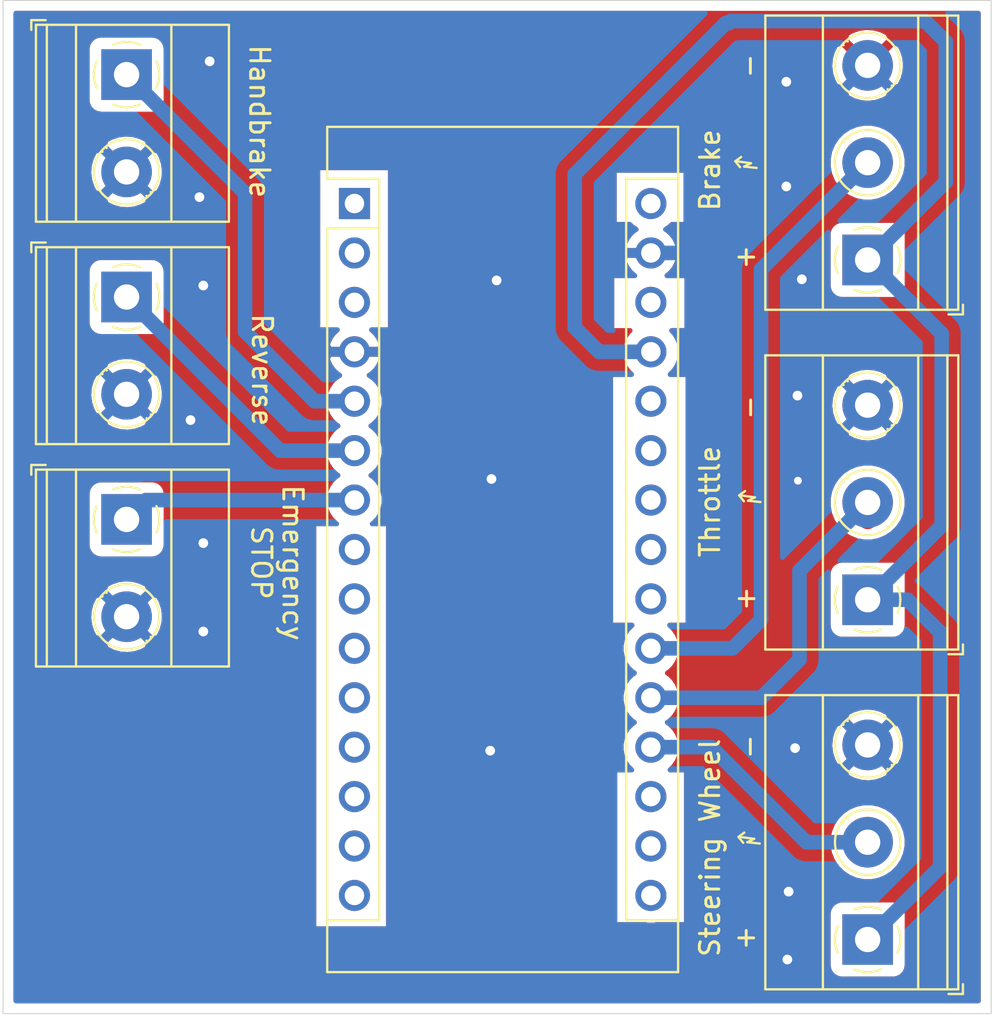
<source format=kicad_pcb>
(kicad_pcb (version 20171130) (host pcbnew "(5.1.10)-1")

  (general
    (thickness 1.6)
    (drawings 31)
    (tracks 56)
    (zones 0)
    (modules 7)
    (nets 30)
  )

  (page A4)
  (layers
    (0 F.Cu signal)
    (31 B.Cu signal)
    (32 B.Adhes user)
    (33 F.Adhes user)
    (34 B.Paste user)
    (35 F.Paste user)
    (36 B.SilkS user)
    (37 F.SilkS user)
    (38 B.Mask user)
    (39 F.Mask user)
    (40 Dwgs.User user)
    (41 Cmts.User user)
    (42 Eco1.User user)
    (43 Eco2.User user)
    (44 Edge.Cuts user)
    (45 Margin user)
    (46 B.CrtYd user)
    (47 F.CrtYd user)
    (48 B.Fab user)
    (49 F.Fab user)
  )

  (setup
    (last_trace_width 0.75)
    (user_trace_width 0.5)
    (user_trace_width 0.75)
    (user_trace_width 1)
    (trace_clearance 0.6)
    (zone_clearance 0.508)
    (zone_45_only no)
    (trace_min 0.2)
    (via_size 0.8)
    (via_drill 0.4)
    (via_min_size 0.4)
    (via_min_drill 0.3)
    (user_via 1 0.5)
    (uvia_size 0.3)
    (uvia_drill 0.1)
    (uvias_allowed no)
    (uvia_min_size 0.2)
    (uvia_min_drill 0.1)
    (edge_width 0.05)
    (segment_width 0.2)
    (pcb_text_width 0.3)
    (pcb_text_size 1.5 1.5)
    (mod_edge_width 0.12)
    (mod_text_size 1 1)
    (mod_text_width 0.15)
    (pad_size 1.524 1.524)
    (pad_drill 0.762)
    (pad_to_mask_clearance 0)
    (aux_axis_origin 0 0)
    (visible_elements 7FFFFFFF)
    (pcbplotparams
      (layerselection 0x010fc_ffffffff)
      (usegerberextensions false)
      (usegerberattributes true)
      (usegerberadvancedattributes true)
      (creategerberjobfile true)
      (excludeedgelayer true)
      (linewidth 0.100000)
      (plotframeref false)
      (viasonmask false)
      (mode 1)
      (useauxorigin false)
      (hpglpennumber 1)
      (hpglpenspeed 20)
      (hpglpendiameter 15.000000)
      (psnegative false)
      (psa4output false)
      (plotreference true)
      (plotvalue true)
      (plotinvisibletext false)
      (padsonsilk false)
      (subtractmaskfromsilk false)
      (outputformat 1)
      (mirror false)
      (drillshape 0)
      (scaleselection 1)
      (outputdirectory "gerber/"))
  )

  (net 0 "")
  (net 1 "Net-(A1-Pad1)")
  (net 2 "Net-(A1-Pad17)")
  (net 3 "Net-(A1-Pad2)")
  (net 4 "Net-(A1-Pad3)")
  (net 5 A0)
  (net 6 GND)
  (net 7 A1)
  (net 8 D2)
  (net 9 A2)
  (net 10 D3)
  (net 11 "Net-(A1-Pad22)")
  (net 12 "Net-(A1-Pad23)")
  (net 13 "Net-(A1-Pad8)")
  (net 14 "Net-(A1-Pad24)")
  (net 15 "Net-(A1-Pad9)")
  (net 16 "Net-(A1-Pad25)")
  (net 17 "Net-(A1-Pad10)")
  (net 18 "Net-(A1-Pad26)")
  (net 19 "Net-(A1-Pad11)")
  (net 20 +5V)
  (net 21 "Net-(A1-Pad12)")
  (net 22 "Net-(A1-Pad28)")
  (net 23 "Net-(A1-Pad13)")
  (net 24 "Net-(A1-Pad14)")
  (net 25 "Net-(A1-Pad30)")
  (net 26 "Net-(A1-Pad15)")
  (net 27 "Net-(A1-Pad16)")
  (net 28 D4)
  (net 29 "Net-(A1-Pad18)")

  (net_class Default "This is the default net class."
    (clearance 0.6)
    (trace_width 0.25)
    (via_dia 0.8)
    (via_drill 0.4)
    (uvia_dia 0.3)
    (uvia_drill 0.1)
    (add_net +5V)
    (add_net A0)
    (add_net A1)
    (add_net A2)
    (add_net D2)
    (add_net D3)
    (add_net D4)
    (add_net GND)
    (add_net "Net-(A1-Pad1)")
    (add_net "Net-(A1-Pad10)")
    (add_net "Net-(A1-Pad11)")
    (add_net "Net-(A1-Pad12)")
    (add_net "Net-(A1-Pad13)")
    (add_net "Net-(A1-Pad14)")
    (add_net "Net-(A1-Pad15)")
    (add_net "Net-(A1-Pad16)")
    (add_net "Net-(A1-Pad17)")
    (add_net "Net-(A1-Pad18)")
    (add_net "Net-(A1-Pad2)")
    (add_net "Net-(A1-Pad22)")
    (add_net "Net-(A1-Pad23)")
    (add_net "Net-(A1-Pad24)")
    (add_net "Net-(A1-Pad25)")
    (add_net "Net-(A1-Pad26)")
    (add_net "Net-(A1-Pad28)")
    (add_net "Net-(A1-Pad3)")
    (add_net "Net-(A1-Pad30)")
    (add_net "Net-(A1-Pad8)")
    (add_net "Net-(A1-Pad9)")
  )

  (module TerminalBlock_Phoenix:TerminalBlock_Phoenix_MKDS-1,5-3_1x03_P5.00mm_Horizontal (layer F.Cu) (tedit 5B294EE5) (tstamp 6120EA47)
    (at 137.16 90.4875 90)
    (descr "Terminal Block Phoenix MKDS-1,5-3, 3 pins, pitch 5mm, size 15x9.8mm^2, drill diamater 1.3mm, pad diameter 2.6mm, see http://www.farnell.com/datasheets/100425.pdf, script-generated using https://github.com/pointhi/kicad-footprint-generator/scripts/TerminalBlock_Phoenix")
    (tags "THT Terminal Block Phoenix MKDS-1,5-3 pitch 5mm size 15x9.8mm^2 drill 1.3mm pad 2.6mm")
    (path /61219BDD)
    (fp_text reference J4 (at 5 -6.26 90) (layer F.Fab)
      (effects (font (size 1 1) (thickness 0.15)))
    )
    (fp_text value POT2 (at 5 5.66 90) (layer F.Fab)
      (effects (font (size 1 1) (thickness 0.15)))
    )
    (fp_line (start 13 -5.71) (end -3 -5.71) (layer F.CrtYd) (width 0.05))
    (fp_line (start 13 5.1) (end 13 -5.71) (layer F.CrtYd) (width 0.05))
    (fp_line (start -3 5.1) (end 13 5.1) (layer F.CrtYd) (width 0.05))
    (fp_line (start -3 -5.71) (end -3 5.1) (layer F.CrtYd) (width 0.05))
    (fp_line (start -2.8 4.9) (end -2.3 4.9) (layer F.SilkS) (width 0.12))
    (fp_line (start -2.8 4.16) (end -2.8 4.9) (layer F.SilkS) (width 0.12))
    (fp_line (start 8.773 1.023) (end 8.726 1.069) (layer F.SilkS) (width 0.12))
    (fp_line (start 11.07 -1.275) (end 11.035 -1.239) (layer F.SilkS) (width 0.12))
    (fp_line (start 8.966 1.239) (end 8.931 1.274) (layer F.SilkS) (width 0.12))
    (fp_line (start 11.275 -1.069) (end 11.228 -1.023) (layer F.SilkS) (width 0.12))
    (fp_line (start 10.955 -1.138) (end 8.863 0.955) (layer F.Fab) (width 0.1))
    (fp_line (start 11.138 -0.955) (end 9.046 1.138) (layer F.Fab) (width 0.1))
    (fp_line (start 3.773 1.023) (end 3.726 1.069) (layer F.SilkS) (width 0.12))
    (fp_line (start 6.07 -1.275) (end 6.035 -1.239) (layer F.SilkS) (width 0.12))
    (fp_line (start 3.966 1.239) (end 3.931 1.274) (layer F.SilkS) (width 0.12))
    (fp_line (start 6.275 -1.069) (end 6.228 -1.023) (layer F.SilkS) (width 0.12))
    (fp_line (start 5.955 -1.138) (end 3.863 0.955) (layer F.Fab) (width 0.1))
    (fp_line (start 6.138 -0.955) (end 4.046 1.138) (layer F.Fab) (width 0.1))
    (fp_line (start 0.955 -1.138) (end -1.138 0.955) (layer F.Fab) (width 0.1))
    (fp_line (start 1.138 -0.955) (end -0.955 1.138) (layer F.Fab) (width 0.1))
    (fp_line (start 12.56 -5.261) (end 12.56 4.66) (layer F.SilkS) (width 0.12))
    (fp_line (start -2.56 -5.261) (end -2.56 4.66) (layer F.SilkS) (width 0.12))
    (fp_line (start -2.56 4.66) (end 12.56 4.66) (layer F.SilkS) (width 0.12))
    (fp_line (start -2.56 -5.261) (end 12.56 -5.261) (layer F.SilkS) (width 0.12))
    (fp_line (start -2.56 -2.301) (end 12.56 -2.301) (layer F.SilkS) (width 0.12))
    (fp_line (start -2.5 -2.3) (end 12.5 -2.3) (layer F.Fab) (width 0.1))
    (fp_line (start -2.56 2.6) (end 12.56 2.6) (layer F.SilkS) (width 0.12))
    (fp_line (start -2.5 2.6) (end 12.5 2.6) (layer F.Fab) (width 0.1))
    (fp_line (start -2.56 4.1) (end 12.56 4.1) (layer F.SilkS) (width 0.12))
    (fp_line (start -2.5 4.1) (end 12.5 4.1) (layer F.Fab) (width 0.1))
    (fp_line (start -2.5 4.1) (end -2.5 -5.2) (layer F.Fab) (width 0.1))
    (fp_line (start -2 4.6) (end -2.5 4.1) (layer F.Fab) (width 0.1))
    (fp_line (start 12.5 4.6) (end -2 4.6) (layer F.Fab) (width 0.1))
    (fp_line (start 12.5 -5.2) (end 12.5 4.6) (layer F.Fab) (width 0.1))
    (fp_line (start -2.5 -5.2) (end 12.5 -5.2) (layer F.Fab) (width 0.1))
    (fp_circle (center 10 0) (end 11.68 0) (layer F.SilkS) (width 0.12))
    (fp_circle (center 10 0) (end 11.5 0) (layer F.Fab) (width 0.1))
    (fp_circle (center 5 0) (end 6.68 0) (layer F.SilkS) (width 0.12))
    (fp_circle (center 5 0) (end 6.5 0) (layer F.Fab) (width 0.1))
    (fp_circle (center 0 0) (end 1.5 0) (layer F.Fab) (width 0.1))
    (fp_text user %R (at 5 3.2 90) (layer F.Fab)
      (effects (font (size 1 1) (thickness 0.15)))
    )
    (fp_arc (start 0 0) (end -0.684 1.535) (angle -25) (layer F.SilkS) (width 0.12))
    (fp_arc (start 0 0) (end -1.535 -0.684) (angle -48) (layer F.SilkS) (width 0.12))
    (fp_arc (start 0 0) (end 0.684 -1.535) (angle -48) (layer F.SilkS) (width 0.12))
    (fp_arc (start 0 0) (end 1.535 0.684) (angle -48) (layer F.SilkS) (width 0.12))
    (fp_arc (start 0 0) (end 0 1.68) (angle -24) (layer F.SilkS) (width 0.12))
    (pad 3 thru_hole circle (at 10 0 90) (size 2.6 2.6) (drill 1.3) (layers *.Cu *.Mask)
      (net 6 GND))
    (pad 2 thru_hole circle (at 5 0 90) (size 2.6 2.6) (drill 1.3) (layers *.Cu *.Mask)
      (net 7 A1))
    (pad 1 thru_hole rect (at 0 0 90) (size 2.6 2.6) (drill 1.3) (layers *.Cu *.Mask)
      (net 20 +5V))
    (model ${KISYS3DMOD}/TerminalBlock_Phoenix.3dshapes/TerminalBlock_Phoenix_MKDS-1,5-3_1x03_P5.00mm_Horizontal.wrl
      (at (xyz 0 0 0))
      (scale (xyz 1 1 1))
      (rotate (xyz 0 0 0))
    )
  )

  (module Module:Arduino_Nano (layer F.Cu) (tedit 58ACAF70) (tstamp 6120D37A)
    (at 110.775001 70.125001)
    (descr "Arduino Nano, http://www.mouser.com/pdfdocs/Gravitech_Arduino_Nano3_0.pdf")
    (tags "Arduino Nano")
    (path /61206FB7)
    (fp_text reference A1 (at 7.62 -5.08) (layer F.Fab)
      (effects (font (size 1 1) (thickness 0.15)))
    )
    (fp_text value Arduino_Nano_v2.x (at 8.89 19.05 90) (layer F.Fab)
      (effects (font (size 1 1) (thickness 0.15)))
    )
    (fp_line (start 1.27 1.27) (end 1.27 -1.27) (layer F.SilkS) (width 0.12))
    (fp_line (start 1.27 -1.27) (end -1.4 -1.27) (layer F.SilkS) (width 0.12))
    (fp_line (start -1.4 1.27) (end -1.4 39.5) (layer F.SilkS) (width 0.12))
    (fp_line (start -1.4 -3.94) (end -1.4 -1.27) (layer F.SilkS) (width 0.12))
    (fp_line (start 13.97 -1.27) (end 16.64 -1.27) (layer F.SilkS) (width 0.12))
    (fp_line (start 13.97 -1.27) (end 13.97 36.83) (layer F.SilkS) (width 0.12))
    (fp_line (start 13.97 36.83) (end 16.64 36.83) (layer F.SilkS) (width 0.12))
    (fp_line (start 1.27 1.27) (end -1.4 1.27) (layer F.SilkS) (width 0.12))
    (fp_line (start 1.27 1.27) (end 1.27 36.83) (layer F.SilkS) (width 0.12))
    (fp_line (start 1.27 36.83) (end -1.4 36.83) (layer F.SilkS) (width 0.12))
    (fp_line (start 3.81 31.75) (end 11.43 31.75) (layer F.Fab) (width 0.1))
    (fp_line (start 11.43 31.75) (end 11.43 41.91) (layer F.Fab) (width 0.1))
    (fp_line (start 11.43 41.91) (end 3.81 41.91) (layer F.Fab) (width 0.1))
    (fp_line (start 3.81 41.91) (end 3.81 31.75) (layer F.Fab) (width 0.1))
    (fp_line (start -1.4 39.5) (end 16.64 39.5) (layer F.SilkS) (width 0.12))
    (fp_line (start 16.64 39.5) (end 16.64 -3.94) (layer F.SilkS) (width 0.12))
    (fp_line (start 16.64 -3.94) (end -1.4 -3.94) (layer F.SilkS) (width 0.12))
    (fp_line (start 16.51 39.37) (end -1.27 39.37) (layer F.Fab) (width 0.1))
    (fp_line (start -1.27 39.37) (end -1.27 -2.54) (layer F.Fab) (width 0.1))
    (fp_line (start -1.27 -2.54) (end 0 -3.81) (layer F.Fab) (width 0.1))
    (fp_line (start 0 -3.81) (end 16.51 -3.81) (layer F.Fab) (width 0.1))
    (fp_line (start 16.51 -3.81) (end 16.51 39.37) (layer F.Fab) (width 0.1))
    (fp_line (start -1.53 -4.06) (end 16.75 -4.06) (layer F.CrtYd) (width 0.05))
    (fp_line (start -1.53 -4.06) (end -1.53 42.16) (layer F.CrtYd) (width 0.05))
    (fp_line (start 16.75 42.16) (end 16.75 -4.06) (layer F.CrtYd) (width 0.05))
    (fp_line (start 16.75 42.16) (end -1.53 42.16) (layer F.CrtYd) (width 0.05))
    (fp_text user %R (at 6.35 19.05 90) (layer F.Fab)
      (effects (font (size 1 1) (thickness 0.15)))
    )
    (pad 1 thru_hole rect (at 0 0) (size 1.6 1.6) (drill 1) (layers *.Cu *.Mask)
      (net 1 "Net-(A1-Pad1)"))
    (pad 17 thru_hole oval (at 15.24 33.02) (size 1.6 1.6) (drill 1) (layers *.Cu *.Mask)
      (net 2 "Net-(A1-Pad17)"))
    (pad 2 thru_hole oval (at 0 2.54) (size 1.6 1.6) (drill 1) (layers *.Cu *.Mask)
      (net 3 "Net-(A1-Pad2)"))
    (pad 18 thru_hole oval (at 15.24 30.48) (size 1.6 1.6) (drill 1) (layers *.Cu *.Mask)
      (net 29 "Net-(A1-Pad18)"))
    (pad 3 thru_hole oval (at 0 5.08) (size 1.6 1.6) (drill 1) (layers *.Cu *.Mask)
      (net 4 "Net-(A1-Pad3)"))
    (pad 19 thru_hole oval (at 15.24 27.94) (size 1.6 1.6) (drill 1) (layers *.Cu *.Mask)
      (net 5 A0))
    (pad 4 thru_hole oval (at 0 7.62) (size 1.6 1.6) (drill 1) (layers *.Cu *.Mask)
      (net 6 GND))
    (pad 20 thru_hole oval (at 15.24 25.4) (size 1.6 1.6) (drill 1) (layers *.Cu *.Mask)
      (net 7 A1))
    (pad 5 thru_hole oval (at 0 10.16) (size 1.6 1.6) (drill 1) (layers *.Cu *.Mask)
      (net 8 D2))
    (pad 21 thru_hole oval (at 15.24 22.86) (size 1.6 1.6) (drill 1) (layers *.Cu *.Mask)
      (net 9 A2))
    (pad 6 thru_hole oval (at 0 12.7) (size 1.6 1.6) (drill 1) (layers *.Cu *.Mask)
      (net 10 D3))
    (pad 22 thru_hole oval (at 15.24 20.32) (size 1.6 1.6) (drill 1) (layers *.Cu *.Mask)
      (net 11 "Net-(A1-Pad22)"))
    (pad 7 thru_hole oval (at 0 15.24) (size 1.6 1.6) (drill 1) (layers *.Cu *.Mask)
      (net 28 D4))
    (pad 23 thru_hole oval (at 15.24 17.78) (size 1.6 1.6) (drill 1) (layers *.Cu *.Mask)
      (net 12 "Net-(A1-Pad23)"))
    (pad 8 thru_hole oval (at 0 17.78) (size 1.6 1.6) (drill 1) (layers *.Cu *.Mask)
      (net 13 "Net-(A1-Pad8)"))
    (pad 24 thru_hole oval (at 15.24 15.24) (size 1.6 1.6) (drill 1) (layers *.Cu *.Mask)
      (net 14 "Net-(A1-Pad24)"))
    (pad 9 thru_hole oval (at 0 20.32) (size 1.6 1.6) (drill 1) (layers *.Cu *.Mask)
      (net 15 "Net-(A1-Pad9)"))
    (pad 25 thru_hole oval (at 15.24 12.7) (size 1.6 1.6) (drill 1) (layers *.Cu *.Mask)
      (net 16 "Net-(A1-Pad25)"))
    (pad 10 thru_hole oval (at 0 22.86) (size 1.6 1.6) (drill 1) (layers *.Cu *.Mask)
      (net 17 "Net-(A1-Pad10)"))
    (pad 26 thru_hole oval (at 15.24 10.16) (size 1.6 1.6) (drill 1) (layers *.Cu *.Mask)
      (net 18 "Net-(A1-Pad26)"))
    (pad 11 thru_hole oval (at 0 25.4) (size 1.6 1.6) (drill 1) (layers *.Cu *.Mask)
      (net 19 "Net-(A1-Pad11)"))
    (pad 27 thru_hole oval (at 15.24 7.62) (size 1.6 1.6) (drill 1) (layers *.Cu *.Mask)
      (net 20 +5V))
    (pad 12 thru_hole oval (at 0 27.94) (size 1.6 1.6) (drill 1) (layers *.Cu *.Mask)
      (net 21 "Net-(A1-Pad12)"))
    (pad 28 thru_hole oval (at 15.24 5.08) (size 1.6 1.6) (drill 1) (layers *.Cu *.Mask)
      (net 22 "Net-(A1-Pad28)"))
    (pad 13 thru_hole oval (at 0 30.48) (size 1.6 1.6) (drill 1) (layers *.Cu *.Mask)
      (net 23 "Net-(A1-Pad13)"))
    (pad 29 thru_hole oval (at 15.24 2.54) (size 1.6 1.6) (drill 1) (layers *.Cu *.Mask)
      (net 6 GND))
    (pad 14 thru_hole oval (at 0 33.02) (size 1.6 1.6) (drill 1) (layers *.Cu *.Mask)
      (net 24 "Net-(A1-Pad14)"))
    (pad 30 thru_hole oval (at 15.24 0) (size 1.6 1.6) (drill 1) (layers *.Cu *.Mask)
      (net 25 "Net-(A1-Pad30)"))
    (pad 15 thru_hole oval (at 0 35.56) (size 1.6 1.6) (drill 1) (layers *.Cu *.Mask)
      (net 26 "Net-(A1-Pad15)"))
    (pad 16 thru_hole oval (at 15.24 35.56) (size 1.6 1.6) (drill 1) (layers *.Cu *.Mask)
      (net 27 "Net-(A1-Pad16)"))
    (model ${KISYS3DMOD}/Module.3dshapes/Arduino_Nano_WithMountingHoles.wrl
      (at (xyz 0 0 0))
      (scale (xyz 1 1 1))
      (rotate (xyz 0 0 0))
    )
  )

  (module TerminalBlock_Phoenix:TerminalBlock_Phoenix_MKDS-1,5-3_1x03_P5.00mm_Horizontal (layer F.Cu) (tedit 5B294EE5) (tstamp 6120E2C6)
    (at 137.16 107.95 90)
    (descr "Terminal Block Phoenix MKDS-1,5-3, 3 pins, pitch 5mm, size 15x9.8mm^2, drill diamater 1.3mm, pad diameter 2.6mm, see http://www.farnell.com/datasheets/100425.pdf, script-generated using https://github.com/pointhi/kicad-footprint-generator/scripts/TerminalBlock_Phoenix")
    (tags "THT Terminal Block Phoenix MKDS-1,5-3 pitch 5mm size 15x9.8mm^2 drill 1.3mm pad 2.6mm")
    (path /6121903F)
    (fp_text reference J3 (at 5 -6.26 90) (layer F.Fab)
      (effects (font (size 1 1) (thickness 0.15)))
    )
    (fp_text value POT1 (at 5 5.66 90) (layer F.Fab)
      (effects (font (size 1 1) (thickness 0.15)))
    )
    (fp_circle (center 0 0) (end 1.5 0) (layer F.Fab) (width 0.1))
    (fp_circle (center 5 0) (end 6.5 0) (layer F.Fab) (width 0.1))
    (fp_circle (center 5 0) (end 6.68 0) (layer F.SilkS) (width 0.12))
    (fp_circle (center 10 0) (end 11.5 0) (layer F.Fab) (width 0.1))
    (fp_circle (center 10 0) (end 11.68 0) (layer F.SilkS) (width 0.12))
    (fp_line (start -2.5 -5.2) (end 12.5 -5.2) (layer F.Fab) (width 0.1))
    (fp_line (start 12.5 -5.2) (end 12.5 4.6) (layer F.Fab) (width 0.1))
    (fp_line (start 12.5 4.6) (end -2 4.6) (layer F.Fab) (width 0.1))
    (fp_line (start -2 4.6) (end -2.5 4.1) (layer F.Fab) (width 0.1))
    (fp_line (start -2.5 4.1) (end -2.5 -5.2) (layer F.Fab) (width 0.1))
    (fp_line (start -2.5 4.1) (end 12.5 4.1) (layer F.Fab) (width 0.1))
    (fp_line (start -2.56 4.1) (end 12.56 4.1) (layer F.SilkS) (width 0.12))
    (fp_line (start -2.5 2.6) (end 12.5 2.6) (layer F.Fab) (width 0.1))
    (fp_line (start -2.56 2.6) (end 12.56 2.6) (layer F.SilkS) (width 0.12))
    (fp_line (start -2.5 -2.3) (end 12.5 -2.3) (layer F.Fab) (width 0.1))
    (fp_line (start -2.56 -2.301) (end 12.56 -2.301) (layer F.SilkS) (width 0.12))
    (fp_line (start -2.56 -5.261) (end 12.56 -5.261) (layer F.SilkS) (width 0.12))
    (fp_line (start -2.56 4.66) (end 12.56 4.66) (layer F.SilkS) (width 0.12))
    (fp_line (start -2.56 -5.261) (end -2.56 4.66) (layer F.SilkS) (width 0.12))
    (fp_line (start 12.56 -5.261) (end 12.56 4.66) (layer F.SilkS) (width 0.12))
    (fp_line (start 1.138 -0.955) (end -0.955 1.138) (layer F.Fab) (width 0.1))
    (fp_line (start 0.955 -1.138) (end -1.138 0.955) (layer F.Fab) (width 0.1))
    (fp_line (start 6.138 -0.955) (end 4.046 1.138) (layer F.Fab) (width 0.1))
    (fp_line (start 5.955 -1.138) (end 3.863 0.955) (layer F.Fab) (width 0.1))
    (fp_line (start 6.275 -1.069) (end 6.228 -1.023) (layer F.SilkS) (width 0.12))
    (fp_line (start 3.966 1.239) (end 3.931 1.274) (layer F.SilkS) (width 0.12))
    (fp_line (start 6.07 -1.275) (end 6.035 -1.239) (layer F.SilkS) (width 0.12))
    (fp_line (start 3.773 1.023) (end 3.726 1.069) (layer F.SilkS) (width 0.12))
    (fp_line (start 11.138 -0.955) (end 9.046 1.138) (layer F.Fab) (width 0.1))
    (fp_line (start 10.955 -1.138) (end 8.863 0.955) (layer F.Fab) (width 0.1))
    (fp_line (start 11.275 -1.069) (end 11.228 -1.023) (layer F.SilkS) (width 0.12))
    (fp_line (start 8.966 1.239) (end 8.931 1.274) (layer F.SilkS) (width 0.12))
    (fp_line (start 11.07 -1.275) (end 11.035 -1.239) (layer F.SilkS) (width 0.12))
    (fp_line (start 8.773 1.023) (end 8.726 1.069) (layer F.SilkS) (width 0.12))
    (fp_line (start -2.8 4.16) (end -2.8 4.9) (layer F.SilkS) (width 0.12))
    (fp_line (start -2.8 4.9) (end -2.3 4.9) (layer F.SilkS) (width 0.12))
    (fp_line (start -3 -5.71) (end -3 5.1) (layer F.CrtYd) (width 0.05))
    (fp_line (start -3 5.1) (end 13 5.1) (layer F.CrtYd) (width 0.05))
    (fp_line (start 13 5.1) (end 13 -5.71) (layer F.CrtYd) (width 0.05))
    (fp_line (start 13 -5.71) (end -3 -5.71) (layer F.CrtYd) (width 0.05))
    (fp_arc (start 0 0) (end 0 1.68) (angle -24) (layer F.SilkS) (width 0.12))
    (fp_arc (start 0 0) (end 1.535 0.684) (angle -48) (layer F.SilkS) (width 0.12))
    (fp_arc (start 0 0) (end 0.684 -1.535) (angle -48) (layer F.SilkS) (width 0.12))
    (fp_arc (start 0 0) (end -1.535 -0.684) (angle -48) (layer F.SilkS) (width 0.12))
    (fp_arc (start 0 0) (end -0.684 1.535) (angle -25) (layer F.SilkS) (width 0.12))
    (fp_text user %R (at 5 3.2 90) (layer F.Fab)
      (effects (font (size 1 1) (thickness 0.15)))
    )
    (pad 1 thru_hole rect (at 0 0 90) (size 2.6 2.6) (drill 1.3) (layers *.Cu *.Mask)
      (net 20 +5V))
    (pad 2 thru_hole circle (at 5 0 90) (size 2.6 2.6) (drill 1.3) (layers *.Cu *.Mask)
      (net 5 A0))
    (pad 3 thru_hole circle (at 10 0 90) (size 2.6 2.6) (drill 1.3) (layers *.Cu *.Mask)
      (net 6 GND))
    (model ${KISYS3DMOD}/TerminalBlock_Phoenix.3dshapes/TerminalBlock_Phoenix_MKDS-1,5-3_1x03_P5.00mm_Horizontal.wrl
      (at (xyz 0 0 0))
      (scale (xyz 1 1 1))
      (rotate (xyz 0 0 0))
    )
  )

  (module TerminalBlock_Phoenix:TerminalBlock_Phoenix_MKDS-1,5-3_1x03_P5.00mm_Horizontal (layer F.Cu) (tedit 5B294EE5) (tstamp 6120E18E)
    (at 137.16 73.025 90)
    (descr "Terminal Block Phoenix MKDS-1,5-3, 3 pins, pitch 5mm, size 15x9.8mm^2, drill diamater 1.3mm, pad diameter 2.6mm, see http://www.farnell.com/datasheets/100425.pdf, script-generated using https://github.com/pointhi/kicad-footprint-generator/scripts/TerminalBlock_Phoenix")
    (tags "THT Terminal Block Phoenix MKDS-1,5-3 pitch 5mm size 15x9.8mm^2 drill 1.3mm pad 2.6mm")
    (path /6122B335)
    (fp_text reference J5 (at 5 -6.26 90) (layer F.Fab)
      (effects (font (size 1 1) (thickness 0.15)))
    )
    (fp_text value POT3 (at 5 5.66 90) (layer F.Fab)
      (effects (font (size 1 1) (thickness 0.15)))
    )
    (fp_circle (center 0 0) (end 1.5 0) (layer F.Fab) (width 0.1))
    (fp_circle (center 5 0) (end 6.5 0) (layer F.Fab) (width 0.1))
    (fp_circle (center 5 0) (end 6.68 0) (layer F.SilkS) (width 0.12))
    (fp_circle (center 10 0) (end 11.5 0) (layer F.Fab) (width 0.1))
    (fp_circle (center 10 0) (end 11.68 0) (layer F.SilkS) (width 0.12))
    (fp_line (start -2.5 -5.2) (end 12.5 -5.2) (layer F.Fab) (width 0.1))
    (fp_line (start 12.5 -5.2) (end 12.5 4.6) (layer F.Fab) (width 0.1))
    (fp_line (start 12.5 4.6) (end -2 4.6) (layer F.Fab) (width 0.1))
    (fp_line (start -2 4.6) (end -2.5 4.1) (layer F.Fab) (width 0.1))
    (fp_line (start -2.5 4.1) (end -2.5 -5.2) (layer F.Fab) (width 0.1))
    (fp_line (start -2.5 4.1) (end 12.5 4.1) (layer F.Fab) (width 0.1))
    (fp_line (start -2.56 4.1) (end 12.56 4.1) (layer F.SilkS) (width 0.12))
    (fp_line (start -2.5 2.6) (end 12.5 2.6) (layer F.Fab) (width 0.1))
    (fp_line (start -2.56 2.6) (end 12.56 2.6) (layer F.SilkS) (width 0.12))
    (fp_line (start -2.5 -2.3) (end 12.5 -2.3) (layer F.Fab) (width 0.1))
    (fp_line (start -2.56 -2.301) (end 12.56 -2.301) (layer F.SilkS) (width 0.12))
    (fp_line (start -2.56 -5.261) (end 12.56 -5.261) (layer F.SilkS) (width 0.12))
    (fp_line (start -2.56 4.66) (end 12.56 4.66) (layer F.SilkS) (width 0.12))
    (fp_line (start -2.56 -5.261) (end -2.56 4.66) (layer F.SilkS) (width 0.12))
    (fp_line (start 12.56 -5.261) (end 12.56 4.66) (layer F.SilkS) (width 0.12))
    (fp_line (start 1.138 -0.955) (end -0.955 1.138) (layer F.Fab) (width 0.1))
    (fp_line (start 0.955 -1.138) (end -1.138 0.955) (layer F.Fab) (width 0.1))
    (fp_line (start 6.138 -0.955) (end 4.046 1.138) (layer F.Fab) (width 0.1))
    (fp_line (start 5.955 -1.138) (end 3.863 0.955) (layer F.Fab) (width 0.1))
    (fp_line (start 6.275 -1.069) (end 6.228 -1.023) (layer F.SilkS) (width 0.12))
    (fp_line (start 3.966 1.239) (end 3.931 1.274) (layer F.SilkS) (width 0.12))
    (fp_line (start 6.07 -1.275) (end 6.035 -1.239) (layer F.SilkS) (width 0.12))
    (fp_line (start 3.773 1.023) (end 3.726 1.069) (layer F.SilkS) (width 0.12))
    (fp_line (start 11.138 -0.955) (end 9.046 1.138) (layer F.Fab) (width 0.1))
    (fp_line (start 10.955 -1.138) (end 8.863 0.955) (layer F.Fab) (width 0.1))
    (fp_line (start 11.275 -1.069) (end 11.228 -1.023) (layer F.SilkS) (width 0.12))
    (fp_line (start 8.966 1.239) (end 8.931 1.274) (layer F.SilkS) (width 0.12))
    (fp_line (start 11.07 -1.275) (end 11.035 -1.239) (layer F.SilkS) (width 0.12))
    (fp_line (start 8.773 1.023) (end 8.726 1.069) (layer F.SilkS) (width 0.12))
    (fp_line (start -2.8 4.16) (end -2.8 4.9) (layer F.SilkS) (width 0.12))
    (fp_line (start -2.8 4.9) (end -2.3 4.9) (layer F.SilkS) (width 0.12))
    (fp_line (start -3 -5.71) (end -3 5.1) (layer F.CrtYd) (width 0.05))
    (fp_line (start -3 5.1) (end 13 5.1) (layer F.CrtYd) (width 0.05))
    (fp_line (start 13 5.1) (end 13 -5.71) (layer F.CrtYd) (width 0.05))
    (fp_line (start 13 -5.71) (end -3 -5.71) (layer F.CrtYd) (width 0.05))
    (fp_arc (start 0 0) (end 0 1.68) (angle -24) (layer F.SilkS) (width 0.12))
    (fp_arc (start 0 0) (end 1.535 0.684) (angle -48) (layer F.SilkS) (width 0.12))
    (fp_arc (start 0 0) (end 0.684 -1.535) (angle -48) (layer F.SilkS) (width 0.12))
    (fp_arc (start 0 0) (end -1.535 -0.684) (angle -48) (layer F.SilkS) (width 0.12))
    (fp_arc (start 0 0) (end -0.684 1.535) (angle -25) (layer F.SilkS) (width 0.12))
    (fp_text user %R (at 5 3.2 90) (layer F.Fab)
      (effects (font (size 1 1) (thickness 0.15)))
    )
    (pad 1 thru_hole rect (at 0 0 90) (size 2.6 2.6) (drill 1.3) (layers *.Cu *.Mask)
      (net 20 +5V))
    (pad 2 thru_hole circle (at 5 0 90) (size 2.6 2.6) (drill 1.3) (layers *.Cu *.Mask)
      (net 9 A2))
    (pad 3 thru_hole circle (at 10 0 90) (size 2.6 2.6) (drill 1.3) (layers *.Cu *.Mask)
      (net 6 GND))
    (model ${KISYS3DMOD}/TerminalBlock_Phoenix.3dshapes/TerminalBlock_Phoenix_MKDS-1,5-3_1x03_P5.00mm_Horizontal.wrl
      (at (xyz 0 0 0))
      (scale (xyz 1 1 1))
      (rotate (xyz 0 0 0))
    )
  )

  (module TerminalBlock_Phoenix:TerminalBlock_Phoenix_MKDS-1,5-2_1x02_P5.00mm_Horizontal (layer F.Cu) (tedit 5B294EE5) (tstamp 6120D472)
    (at 99.06 63.5 270)
    (descr "Terminal Block Phoenix MKDS-1,5-2, 2 pins, pitch 5mm, size 10x9.8mm^2, drill diamater 1.3mm, pad diameter 2.6mm, see http://www.farnell.com/datasheets/100425.pdf, script-generated using https://github.com/pointhi/kicad-footprint-generator/scripts/TerminalBlock_Phoenix")
    (tags "THT Terminal Block Phoenix MKDS-1,5-2 pitch 5mm size 10x9.8mm^2 drill 1.3mm pad 2.6mm")
    (path /6121AEA5)
    (fp_text reference J6 (at 2.5 -6.26 90) (layer F.Fab)
      (effects (font (size 1 1) (thickness 0.15)))
    )
    (fp_text value HB (at 2.5 5.66 90) (layer F.Fab)
      (effects (font (size 1 1) (thickness 0.15)))
    )
    (fp_circle (center 0 0) (end 1.5 0) (layer F.Fab) (width 0.1))
    (fp_circle (center 5 0) (end 6.5 0) (layer F.Fab) (width 0.1))
    (fp_circle (center 5 0) (end 6.68 0) (layer F.SilkS) (width 0.12))
    (fp_line (start -2.5 -5.2) (end 7.5 -5.2) (layer F.Fab) (width 0.1))
    (fp_line (start 7.5 -5.2) (end 7.5 4.6) (layer F.Fab) (width 0.1))
    (fp_line (start 7.5 4.6) (end -2 4.6) (layer F.Fab) (width 0.1))
    (fp_line (start -2 4.6) (end -2.5 4.1) (layer F.Fab) (width 0.1))
    (fp_line (start -2.5 4.1) (end -2.5 -5.2) (layer F.Fab) (width 0.1))
    (fp_line (start -2.5 4.1) (end 7.5 4.1) (layer F.Fab) (width 0.1))
    (fp_line (start -2.56 4.1) (end 7.56 4.1) (layer F.SilkS) (width 0.12))
    (fp_line (start -2.5 2.6) (end 7.5 2.6) (layer F.Fab) (width 0.1))
    (fp_line (start -2.56 2.6) (end 7.56 2.6) (layer F.SilkS) (width 0.12))
    (fp_line (start -2.5 -2.3) (end 7.5 -2.3) (layer F.Fab) (width 0.1))
    (fp_line (start -2.56 -2.301) (end 7.56 -2.301) (layer F.SilkS) (width 0.12))
    (fp_line (start -2.56 -5.261) (end 7.56 -5.261) (layer F.SilkS) (width 0.12))
    (fp_line (start -2.56 4.66) (end 7.56 4.66) (layer F.SilkS) (width 0.12))
    (fp_line (start -2.56 -5.261) (end -2.56 4.66) (layer F.SilkS) (width 0.12))
    (fp_line (start 7.56 -5.261) (end 7.56 4.66) (layer F.SilkS) (width 0.12))
    (fp_line (start 1.138 -0.955) (end -0.955 1.138) (layer F.Fab) (width 0.1))
    (fp_line (start 0.955 -1.138) (end -1.138 0.955) (layer F.Fab) (width 0.1))
    (fp_line (start 6.138 -0.955) (end 4.046 1.138) (layer F.Fab) (width 0.1))
    (fp_line (start 5.955 -1.138) (end 3.863 0.955) (layer F.Fab) (width 0.1))
    (fp_line (start 6.275 -1.069) (end 6.228 -1.023) (layer F.SilkS) (width 0.12))
    (fp_line (start 3.966 1.239) (end 3.931 1.274) (layer F.SilkS) (width 0.12))
    (fp_line (start 6.07 -1.275) (end 6.035 -1.239) (layer F.SilkS) (width 0.12))
    (fp_line (start 3.773 1.023) (end 3.726 1.069) (layer F.SilkS) (width 0.12))
    (fp_line (start -2.8 4.16) (end -2.8 4.9) (layer F.SilkS) (width 0.12))
    (fp_line (start -2.8 4.9) (end -2.3 4.9) (layer F.SilkS) (width 0.12))
    (fp_line (start -3 -5.71) (end -3 5.1) (layer F.CrtYd) (width 0.05))
    (fp_line (start -3 5.1) (end 8 5.1) (layer F.CrtYd) (width 0.05))
    (fp_line (start 8 5.1) (end 8 -5.71) (layer F.CrtYd) (width 0.05))
    (fp_line (start 8 -5.71) (end -3 -5.71) (layer F.CrtYd) (width 0.05))
    (fp_arc (start 0 0) (end 0 1.68) (angle -24) (layer F.SilkS) (width 0.12))
    (fp_arc (start 0 0) (end 1.535 0.684) (angle -48) (layer F.SilkS) (width 0.12))
    (fp_arc (start 0 0) (end 0.684 -1.535) (angle -48) (layer F.SilkS) (width 0.12))
    (fp_arc (start 0 0) (end -1.535 -0.684) (angle -48) (layer F.SilkS) (width 0.12))
    (fp_arc (start 0 0) (end -0.684 1.535) (angle -25) (layer F.SilkS) (width 0.12))
    (fp_text user %R (at 2.5 3.2 90) (layer F.Fab)
      (effects (font (size 1 1) (thickness 0.15)))
    )
    (pad 1 thru_hole rect (at 0 0 270) (size 2.6 2.6) (drill 1.3) (layers *.Cu *.Mask)
      (net 8 D2))
    (pad 2 thru_hole circle (at 5 0 270) (size 2.6 2.6) (drill 1.3) (layers *.Cu *.Mask)
      (net 6 GND))
    (model ${KISYS3DMOD}/TerminalBlock_Phoenix.3dshapes/TerminalBlock_Phoenix_MKDS-1,5-2_1x02_P5.00mm_Horizontal.wrl
      (at (xyz 0 0 0))
      (scale (xyz 1 1 1))
      (rotate (xyz 0 0 0))
    )
  )

  (module TerminalBlock_Phoenix:TerminalBlock_Phoenix_MKDS-1,5-2_1x02_P5.00mm_Horizontal (layer F.Cu) (tedit 5B294EE5) (tstamp 6120D49E)
    (at 99.06 74.93 270)
    (descr "Terminal Block Phoenix MKDS-1,5-2, 2 pins, pitch 5mm, size 10x9.8mm^2, drill diamater 1.3mm, pad diameter 2.6mm, see http://www.farnell.com/datasheets/100425.pdf, script-generated using https://github.com/pointhi/kicad-footprint-generator/scripts/TerminalBlock_Phoenix")
    (tags "THT Terminal Block Phoenix MKDS-1,5-2 pitch 5mm size 10x9.8mm^2 drill 1.3mm pad 2.6mm")
    (path /6121BDD7)
    (fp_text reference J7 (at 2.5 -6.26 90) (layer F.Fab)
      (effects (font (size 1 1) (thickness 0.15)))
    )
    (fp_text value RE (at 2.5 5.66 90) (layer F.Fab)
      (effects (font (size 1 1) (thickness 0.15)))
    )
    (fp_line (start 8 -5.71) (end -3 -5.71) (layer F.CrtYd) (width 0.05))
    (fp_line (start 8 5.1) (end 8 -5.71) (layer F.CrtYd) (width 0.05))
    (fp_line (start -3 5.1) (end 8 5.1) (layer F.CrtYd) (width 0.05))
    (fp_line (start -3 -5.71) (end -3 5.1) (layer F.CrtYd) (width 0.05))
    (fp_line (start -2.8 4.9) (end -2.3 4.9) (layer F.SilkS) (width 0.12))
    (fp_line (start -2.8 4.16) (end -2.8 4.9) (layer F.SilkS) (width 0.12))
    (fp_line (start 3.773 1.023) (end 3.726 1.069) (layer F.SilkS) (width 0.12))
    (fp_line (start 6.07 -1.275) (end 6.035 -1.239) (layer F.SilkS) (width 0.12))
    (fp_line (start 3.966 1.239) (end 3.931 1.274) (layer F.SilkS) (width 0.12))
    (fp_line (start 6.275 -1.069) (end 6.228 -1.023) (layer F.SilkS) (width 0.12))
    (fp_line (start 5.955 -1.138) (end 3.863 0.955) (layer F.Fab) (width 0.1))
    (fp_line (start 6.138 -0.955) (end 4.046 1.138) (layer F.Fab) (width 0.1))
    (fp_line (start 0.955 -1.138) (end -1.138 0.955) (layer F.Fab) (width 0.1))
    (fp_line (start 1.138 -0.955) (end -0.955 1.138) (layer F.Fab) (width 0.1))
    (fp_line (start 7.56 -5.261) (end 7.56 4.66) (layer F.SilkS) (width 0.12))
    (fp_line (start -2.56 -5.261) (end -2.56 4.66) (layer F.SilkS) (width 0.12))
    (fp_line (start -2.56 4.66) (end 7.56 4.66) (layer F.SilkS) (width 0.12))
    (fp_line (start -2.56 -5.261) (end 7.56 -5.261) (layer F.SilkS) (width 0.12))
    (fp_line (start -2.56 -2.301) (end 7.56 -2.301) (layer F.SilkS) (width 0.12))
    (fp_line (start -2.5 -2.3) (end 7.5 -2.3) (layer F.Fab) (width 0.1))
    (fp_line (start -2.56 2.6) (end 7.56 2.6) (layer F.SilkS) (width 0.12))
    (fp_line (start -2.5 2.6) (end 7.5 2.6) (layer F.Fab) (width 0.1))
    (fp_line (start -2.56 4.1) (end 7.56 4.1) (layer F.SilkS) (width 0.12))
    (fp_line (start -2.5 4.1) (end 7.5 4.1) (layer F.Fab) (width 0.1))
    (fp_line (start -2.5 4.1) (end -2.5 -5.2) (layer F.Fab) (width 0.1))
    (fp_line (start -2 4.6) (end -2.5 4.1) (layer F.Fab) (width 0.1))
    (fp_line (start 7.5 4.6) (end -2 4.6) (layer F.Fab) (width 0.1))
    (fp_line (start 7.5 -5.2) (end 7.5 4.6) (layer F.Fab) (width 0.1))
    (fp_line (start -2.5 -5.2) (end 7.5 -5.2) (layer F.Fab) (width 0.1))
    (fp_circle (center 5 0) (end 6.68 0) (layer F.SilkS) (width 0.12))
    (fp_circle (center 5 0) (end 6.5 0) (layer F.Fab) (width 0.1))
    (fp_circle (center 0 0) (end 1.5 0) (layer F.Fab) (width 0.1))
    (fp_text user %R (at 2.5 3.2 90) (layer F.Fab)
      (effects (font (size 1 1) (thickness 0.15)))
    )
    (fp_arc (start 0 0) (end -0.684 1.535) (angle -25) (layer F.SilkS) (width 0.12))
    (fp_arc (start 0 0) (end -1.535 -0.684) (angle -48) (layer F.SilkS) (width 0.12))
    (fp_arc (start 0 0) (end 0.684 -1.535) (angle -48) (layer F.SilkS) (width 0.12))
    (fp_arc (start 0 0) (end 1.535 0.684) (angle -48) (layer F.SilkS) (width 0.12))
    (fp_arc (start 0 0) (end 0 1.68) (angle -24) (layer F.SilkS) (width 0.12))
    (pad 2 thru_hole circle (at 5 0 270) (size 2.6 2.6) (drill 1.3) (layers *.Cu *.Mask)
      (net 6 GND))
    (pad 1 thru_hole rect (at 0 0 270) (size 2.6 2.6) (drill 1.3) (layers *.Cu *.Mask)
      (net 10 D3))
    (model ${KISYS3DMOD}/TerminalBlock_Phoenix.3dshapes/TerminalBlock_Phoenix_MKDS-1,5-2_1x02_P5.00mm_Horizontal.wrl
      (at (xyz 0 0 0))
      (scale (xyz 1 1 1))
      (rotate (xyz 0 0 0))
    )
  )

  (module TerminalBlock_Phoenix:TerminalBlock_Phoenix_MKDS-1,5-2_1x02_P5.00mm_Horizontal (layer F.Cu) (tedit 5B294EE5) (tstamp 6120834B)
    (at 99.06 86.36 270)
    (descr "Terminal Block Phoenix MKDS-1,5-2, 2 pins, pitch 5mm, size 10x9.8mm^2, drill diamater 1.3mm, pad diameter 2.6mm, see http://www.farnell.com/datasheets/100425.pdf, script-generated using https://github.com/pointhi/kicad-footprint-generator/scripts/TerminalBlock_Phoenix")
    (tags "THT Terminal Block Phoenix MKDS-1,5-2 pitch 5mm size 10x9.8mm^2 drill 1.3mm pad 2.6mm")
    (path /6120860C)
    (fp_text reference J9 (at 2.5 -6.26 90) (layer F.Fab)
      (effects (font (size 1 1) (thickness 0.15)))
    )
    (fp_text value STOP (at 2.5 5.66 90) (layer F.Fab)
      (effects (font (size 1 1) (thickness 0.15)))
    )
    (fp_line (start 8 -5.71) (end -3 -5.71) (layer F.CrtYd) (width 0.05))
    (fp_line (start 8 5.1) (end 8 -5.71) (layer F.CrtYd) (width 0.05))
    (fp_line (start -3 5.1) (end 8 5.1) (layer F.CrtYd) (width 0.05))
    (fp_line (start -3 -5.71) (end -3 5.1) (layer F.CrtYd) (width 0.05))
    (fp_line (start -2.8 4.9) (end -2.3 4.9) (layer F.SilkS) (width 0.12))
    (fp_line (start -2.8 4.16) (end -2.8 4.9) (layer F.SilkS) (width 0.12))
    (fp_line (start 3.773 1.023) (end 3.726 1.069) (layer F.SilkS) (width 0.12))
    (fp_line (start 6.07 -1.275) (end 6.035 -1.239) (layer F.SilkS) (width 0.12))
    (fp_line (start 3.966 1.239) (end 3.931 1.274) (layer F.SilkS) (width 0.12))
    (fp_line (start 6.275 -1.069) (end 6.228 -1.023) (layer F.SilkS) (width 0.12))
    (fp_line (start 5.955 -1.138) (end 3.863 0.955) (layer F.Fab) (width 0.1))
    (fp_line (start 6.138 -0.955) (end 4.046 1.138) (layer F.Fab) (width 0.1))
    (fp_line (start 0.955 -1.138) (end -1.138 0.955) (layer F.Fab) (width 0.1))
    (fp_line (start 1.138 -0.955) (end -0.955 1.138) (layer F.Fab) (width 0.1))
    (fp_line (start 7.56 -5.261) (end 7.56 4.66) (layer F.SilkS) (width 0.12))
    (fp_line (start -2.56 -5.261) (end -2.56 4.66) (layer F.SilkS) (width 0.12))
    (fp_line (start -2.56 4.66) (end 7.56 4.66) (layer F.SilkS) (width 0.12))
    (fp_line (start -2.56 -5.261) (end 7.56 -5.261) (layer F.SilkS) (width 0.12))
    (fp_line (start -2.56 -2.301) (end 7.56 -2.301) (layer F.SilkS) (width 0.12))
    (fp_line (start -2.5 -2.3) (end 7.5 -2.3) (layer F.Fab) (width 0.1))
    (fp_line (start -2.56 2.6) (end 7.56 2.6) (layer F.SilkS) (width 0.12))
    (fp_line (start -2.5 2.6) (end 7.5 2.6) (layer F.Fab) (width 0.1))
    (fp_line (start -2.56 4.1) (end 7.56 4.1) (layer F.SilkS) (width 0.12))
    (fp_line (start -2.5 4.1) (end 7.5 4.1) (layer F.Fab) (width 0.1))
    (fp_line (start -2.5 4.1) (end -2.5 -5.2) (layer F.Fab) (width 0.1))
    (fp_line (start -2 4.6) (end -2.5 4.1) (layer F.Fab) (width 0.1))
    (fp_line (start 7.5 4.6) (end -2 4.6) (layer F.Fab) (width 0.1))
    (fp_line (start 7.5 -5.2) (end 7.5 4.6) (layer F.Fab) (width 0.1))
    (fp_line (start -2.5 -5.2) (end 7.5 -5.2) (layer F.Fab) (width 0.1))
    (fp_circle (center 5 0) (end 6.68 0) (layer F.SilkS) (width 0.12))
    (fp_circle (center 5 0) (end 6.5 0) (layer F.Fab) (width 0.1))
    (fp_circle (center 0 0) (end 1.5 0) (layer F.Fab) (width 0.1))
    (fp_arc (start 0 0) (end 0 1.68) (angle -24) (layer F.SilkS) (width 0.12))
    (fp_arc (start 0 0) (end 1.535 0.684) (angle -48) (layer F.SilkS) (width 0.12))
    (fp_arc (start 0 0) (end 0.684 -1.535) (angle -48) (layer F.SilkS) (width 0.12))
    (fp_arc (start 0 0) (end -1.535 -0.684) (angle -48) (layer F.SilkS) (width 0.12))
    (fp_arc (start 0 0) (end -0.684 1.535) (angle -25) (layer F.SilkS) (width 0.12))
    (fp_text user %R (at 2.5 3.2 90) (layer F.Fab)
      (effects (font (size 1 1) (thickness 0.15)))
    )
    (pad 1 thru_hole rect (at 0 0 270) (size 2.6 2.6) (drill 1.3) (layers *.Cu *.Mask)
      (net 28 D4))
    (pad 2 thru_hole circle (at 5 0 270) (size 2.6 2.6) (drill 1.3) (layers *.Cu *.Mask)
      (net 6 GND))
    (model ${KISYS3DMOD}/TerminalBlock_Phoenix.3dshapes/TerminalBlock_Phoenix_MKDS-1,5-2_1x02_P5.00mm_Horizontal.wrl
      (at (xyz 0 0 0))
      (scale (xyz 1 1 1))
      (rotate (xyz 0 0 0))
    )
  )

  (gr_line (start 92.71 111.76) (end 92.71 59.69) (layer Edge.Cuts) (width 0.05) (tstamp 6120F38C))
  (gr_text Throttle (at 129.05232 85.43798 90) (layer F.SilkS)
    (effects (font (size 1 1) (thickness 0.15)))
  )
  (gr_text "Emergency\nSTOP" (at 106.7943 88.59012 270) (layer F.SilkS)
    (effects (font (size 1 1) (thickness 0.15)))
  )
  (gr_text Handbrake (at 105.8926 65.90284 270) (layer F.SilkS)
    (effects (font (size 1 1) (thickness 0.15)))
  )
  (gr_text Reverse (at 106.02468 78.6765 270) (layer F.SilkS)
    (effects (font (size 1 1) (thickness 0.15)))
  )
  (gr_text "Brake " (at 129.05232 68.02628 90) (layer F.SilkS)
    (effects (font (size 1 1) (thickness 0.15)))
  )
  (gr_text - (at 131.05638 63.05042 90) (layer F.SilkS) (tstamp 6120F598)
    (effects (font (size 1 1) (thickness 0.15)))
  )
  (gr_text + (at 130.91922 72.80402) (layer F.SilkS) (tstamp 6120F597)
    (effects (font (size 1 1) (thickness 0.15)))
  )
  (gr_text - (at 131.07162 80.60182 90) (layer F.SilkS) (tstamp 6120F598)
    (effects (font (size 1 1) (thickness 0.15)))
  )
  (gr_text + (at 130.93446 90.35542) (layer F.SilkS) (tstamp 6120F597)
    (effects (font (size 1 1) (thickness 0.15)))
  )
  (gr_line (start 131.45008 68.29552) (end 130.81 68.22694) (layer F.SilkS) (width 0.12) (tstamp 6120F574))
  (gr_line (start 130.81 68.22694) (end 131.16306 68.05422) (layer F.SilkS) (width 0.12) (tstamp 6120F573))
  (gr_line (start 131.16306 68.05422) (end 130.42138 67.95262) (layer F.SilkS) (width 0.12) (tstamp 6120F572))
  (gr_line (start 130.59918 68.25742) (end 130.35534 67.95262) (layer F.SilkS) (width 0.12) (tstamp 6120F571))
  (gr_line (start 130.35534 67.95262) (end 130.6576 67.73164) (layer F.SilkS) (width 0.12) (tstamp 6120F570))
  (gr_line (start 131.65074 85.46592) (end 131.01066 85.39734) (layer F.SilkS) (width 0.12) (tstamp 6120F574))
  (gr_line (start 131.01066 85.39734) (end 131.36372 85.22462) (layer F.SilkS) (width 0.12) (tstamp 6120F573))
  (gr_line (start 131.36372 85.22462) (end 130.62204 85.12302) (layer F.SilkS) (width 0.12) (tstamp 6120F572))
  (gr_line (start 130.79984 85.42782) (end 130.556 85.12302) (layer F.SilkS) (width 0.12) (tstamp 6120F571))
  (gr_line (start 130.556 85.12302) (end 130.85826 84.90204) (layer F.SilkS) (width 0.12) (tstamp 6120F570))
  (gr_line (start 131.61264 103.01732) (end 130.97256 102.94874) (layer F.SilkS) (width 0.12) (tstamp 6120F574))
  (gr_line (start 130.97256 102.94874) (end 131.32562 102.77602) (layer F.SilkS) (width 0.12) (tstamp 6120F573))
  (gr_line (start 131.32562 102.77602) (end 130.58394 102.67442) (layer F.SilkS) (width 0.12) (tstamp 6120F572))
  (gr_line (start 130.76174 102.97922) (end 130.5179 102.67442) (layer F.SilkS) (width 0.12) (tstamp 6120F571))
  (gr_line (start 130.5179 102.67442) (end 130.82016 102.45344) (layer F.SilkS) (width 0.12) (tstamp 6120F570))
  (gr_text - (at 131.05384 98.03892 90) (layer F.SilkS)
    (effects (font (size 1 1) (thickness 0.15)))
  )
  (gr_text + (at 130.91668 107.79252) (layer F.SilkS)
    (effects (font (size 1 1) (thickness 0.15)))
  )
  (gr_text "Steering Wheel" (at 129.05232 103.23576 90) (layer F.SilkS)
    (effects (font (size 1 1) (thickness 0.15)))
  )
  (gr_line (start 143.51 111.76) (end 92.71 111.76) (layer Edge.Cuts) (width 0.05))
  (gr_line (start 143.51 59.69) (end 143.51 111.76) (layer Edge.Cuts) (width 0.05))
  (gr_line (start 92.71 59.69) (end 143.51 59.69) (layer Edge.Cuts) (width 0.05))

  (segment (start 126.015001 98.065001) (end 129.126661 98.065001) (width 0.75) (layer B.Cu) (net 5))
  (segment (start 134.01166 102.95) (end 137.16 102.95) (width 0.75) (layer B.Cu) (net 5))
  (segment (start 129.126661 98.065001) (end 134.01166 102.95) (width 0.75) (layer B.Cu) (net 5))
  (segment (start 126.015001 72.665001) (end 128.569039 72.665001) (width 0.75) (layer B.Cu) (net 6))
  (via (at 133.57606 84.36864) (size 0.8) (drill 0.4) (layers F.Cu B.Cu) (net 6))
  (via (at 133.5532 79.9973) (size 1) (drill 0.5) (layers F.Cu B.Cu) (net 6))
  (via (at 133.77672 74.01814) (size 1) (drill 0.5) (layers F.Cu B.Cu) (net 6))
  (via (at 132.97916 69.24802) (size 1) (drill 0.5) (layers F.Cu B.Cu) (net 6))
  (via (at 132.97916 63.8683) (size 1) (drill 0.5) (layers F.Cu B.Cu) (net 6))
  (via (at 133.42874 98.11258) (size 1) (drill 0.5) (layers F.Cu B.Cu) (net 6))
  (via (at 133.09854 105.48874) (size 1) (drill 0.5) (layers F.Cu B.Cu) (net 6))
  (via (at 133.0325 108.9787) (size 1) (drill 0.5) (layers F.Cu B.Cu) (net 6))
  (via (at 118.0846 74.07656) (size 1) (drill 0.5) (layers F.Cu B.Cu) (net 6))
  (via (at 117.82044 84.28228) (size 1) (drill 0.5) (layers F.Cu B.Cu) (net 6))
  (via (at 117.7544 98.24466) (size 1) (drill 0.5) (layers F.Cu B.Cu) (net 6))
  (via (at 103.33228 62.81674) (size 1) (drill 0.5) (layers F.Cu B.Cu) (net 6))
  (via (at 102.8065 69.79666) (size 1) (drill 0.5) (layers F.Cu B.Cu) (net 6))
  (via (at 103.00462 74.34072) (size 1) (drill 0.5) (layers F.Cu B.Cu) (net 6))
  (via (at 102.34676 81.2546) (size 1) (drill 0.5) (layers F.Cu B.Cu) (net 6))
  (via (at 103.00462 87.57666) (size 1) (drill 0.5) (layers F.Cu B.Cu) (net 6))
  (via (at 103.00462 92.12072) (size 1) (drill 0.5) (layers F.Cu B.Cu) (net 6))
  (segment (start 137.16 86.36) (end 137.16 85.4875) (width 1) (layer F.Cu) (net 7))
  (segment (start 126.015001 95.525001) (end 131.693239 95.525001) (width 0.75) (layer B.Cu) (net 7))
  (segment (start 131.693239 95.525001) (end 133.65734 93.5609) (width 0.75) (layer B.Cu) (net 7))
  (segment (start 133.65734 88.99016) (end 137.16 85.4875) (width 0.75) (layer B.Cu) (net 7))
  (segment (start 133.65734 93.5609) (end 133.65734 88.99016) (width 0.75) (layer B.Cu) (net 7))
  (segment (start 105.15092 69.59092) (end 99.06 63.5) (width 0.75) (layer B.Cu) (net 8))
  (segment (start 105.15092 76.70292) (end 105.15092 69.59092) (width 0.75) (layer B.Cu) (net 8))
  (segment (start 108.733001 80.285001) (end 105.15092 76.70292) (width 0.75) (layer B.Cu) (net 8))
  (segment (start 110.775001 80.285001) (end 108.733001 80.285001) (width 0.75) (layer B.Cu) (net 8))
  (segment (start 126.015001 92.985001) (end 130.217499 92.985001) (width 0.75) (layer B.Cu) (net 9))
  (segment (start 130.217499 92.985001) (end 131.68122 91.52128) (width 0.75) (layer B.Cu) (net 9))
  (segment (start 131.68122 73.50378) (end 137.16 68.025) (width 0.75) (layer B.Cu) (net 9))
  (segment (start 131.68122 91.52128) (end 131.68122 73.50378) (width 0.75) (layer B.Cu) (net 9))
  (segment (start 106.955001 82.825001) (end 99.06 74.93) (width 0.75) (layer B.Cu) (net 10))
  (segment (start 110.775001 82.825001) (end 106.955001 82.825001) (width 0.75) (layer B.Cu) (net 10))
  (segment (start 137.16 73.025) (end 137.18286 73.025) (width 0.75) (layer B.Cu) (net 20))
  (segment (start 137.18286 73.025) (end 140.96746 76.8096) (width 0.75) (layer B.Cu) (net 20))
  (segment (start 140.96746 86.68004) (end 137.16 90.4875) (width 0.75) (layer B.Cu) (net 20))
  (segment (start 140.96746 76.8096) (end 140.96746 86.68004) (width 0.75) (layer B.Cu) (net 20))
  (segment (start 139.21 90.4875) (end 140.88872 92.16622) (width 0.75) (layer B.Cu) (net 20))
  (segment (start 137.16 90.4875) (end 139.21 90.4875) (width 0.75) (layer B.Cu) (net 20))
  (segment (start 140.88872 104.22128) (end 137.16 107.95) (width 0.75) (layer B.Cu) (net 20))
  (segment (start 140.88872 92.16622) (end 140.88872 104.22128) (width 0.75) (layer B.Cu) (net 20))
  (segment (start 141.17828 69.00672) (end 137.16 73.025) (width 0.75) (layer B.Cu) (net 20))
  (segment (start 141.17828 61.8109) (end 141.17828 69.00672) (width 0.75) (layer B.Cu) (net 20))
  (segment (start 140.117379 60.749999) (end 141.17828 61.8109) (width 0.75) (layer B.Cu) (net 20))
  (segment (start 130.125921 60.749999) (end 140.117379 60.749999) (width 0.75) (layer B.Cu) (net 20))
  (segment (start 129.868441 60.849999) (end 130.025921 60.849999) (width 0.75) (layer B.Cu) (net 20))
  (segment (start 122.10034 68.6181) (end 129.868441 60.849999) (width 0.75) (layer B.Cu) (net 20))
  (segment (start 122.10034 76.49972) (end 122.10034 68.6181) (width 0.75) (layer B.Cu) (net 20))
  (segment (start 123.345621 77.745001) (end 122.10034 76.49972) (width 0.75) (layer B.Cu) (net 20))
  (segment (start 130.025921 60.849999) (end 130.125921 60.749999) (width 0.75) (layer B.Cu) (net 20))
  (segment (start 126.015001 77.745001) (end 123.345621 77.745001) (width 0.75) (layer B.Cu) (net 20))
  (segment (start 100.054999 85.365001) (end 99.06 86.36) (width 0.75) (layer B.Cu) (net 28))
  (segment (start 110.775001 85.365001) (end 100.054999 85.365001) (width 0.75) (layer B.Cu) (net 28))

  (zone (net 6) (net_name GND) (layer B.Cu) (tstamp 613E38B9) (hatch edge 0.508)
    (connect_pads (clearance 0.508))
    (min_thickness 0.254)
    (fill yes (arc_segments 32) (thermal_gap 0.508) (thermal_bridge_width 0.508))
    (polygon
      (pts
        (xy 143.50746 111.7473) (xy 92.70492 111.7473) (xy 92.70492 59.6773) (xy 143.50746 59.6773)
      )
    )
    (filled_polygon
      (pts
        (xy 121.359387 67.80059) (xy 121.317339 67.835098) (xy 121.282831 67.877146) (xy 121.282828 67.877149) (xy 121.179627 68.0029)
        (xy 121.077299 68.194343) (xy 121.014285 68.402071) (xy 120.993008 68.6181) (xy 120.998341 68.672247) (xy 120.99834 76.445583)
        (xy 120.993008 76.49972) (xy 121.002251 76.59357) (xy 121.014285 76.715749) (xy 121.077299 76.923477) (xy 121.179627 77.114921)
        (xy 121.317338 77.282722) (xy 121.359391 77.317234) (xy 122.528111 78.485955) (xy 122.562619 78.528003) (xy 122.604667 78.562511)
        (xy 122.604669 78.562513) (xy 122.626923 78.580776) (xy 122.73042 78.665714) (xy 122.921863 78.768042) (xy 123.129591 78.831056)
        (xy 123.291484 78.847001) (xy 123.291491 78.847001) (xy 123.34562 78.852332) (xy 123.399749 78.847001) (xy 124.957496 78.847001)
        (xy 125.020675 78.91018) (xy 124.07138 78.91018) (xy 124.046604 78.91262) (xy 124.022779 78.919847) (xy 124.000823 78.931583)
        (xy 123.981577 78.947377) (xy 123.965783 78.966623) (xy 123.954047 78.988579) (xy 123.94682 79.012404) (xy 123.94438 79.03718)
        (xy 123.94438 91.6686) (xy 123.94682 91.693376) (xy 123.954047 91.717201) (xy 123.965783 91.739157) (xy 123.981577 91.758403)
        (xy 124.000823 91.774197) (xy 124.022779 91.785933) (xy 124.046604 91.79316) (xy 124.07138 91.7956) (xy 125.046537 91.7956)
        (xy 125.041595 91.798902) (xy 124.828902 92.011595) (xy 124.661791 92.261695) (xy 124.546682 92.539591) (xy 124.488001 92.834605)
        (xy 124.488001 93.135397) (xy 124.546682 93.430411) (xy 124.661791 93.708307) (xy 124.828902 93.958407) (xy 125.041595 94.1711)
        (xy 125.167162 94.255001) (xy 125.041595 94.338902) (xy 124.828902 94.551595) (xy 124.661791 94.801695) (xy 124.546682 95.079591)
        (xy 124.488001 95.374605) (xy 124.488001 95.675397) (xy 124.546682 95.970411) (xy 124.661791 96.248307) (xy 124.828902 96.498407)
        (xy 125.041595 96.7111) (xy 125.167162 96.795001) (xy 125.041595 96.878902) (xy 124.828902 97.091595) (xy 124.661791 97.341695)
        (xy 124.546682 97.619591) (xy 124.488001 97.914605) (xy 124.488001 98.215397) (xy 124.546682 98.510411) (xy 124.661791 98.788307)
        (xy 124.828902 99.038407) (xy 125.025755 99.23526) (xy 124.28728 99.23526) (xy 124.262504 99.2377) (xy 124.238679 99.244927)
        (xy 124.216723 99.256663) (xy 124.197477 99.272457) (xy 124.181683 99.291703) (xy 124.169947 99.313659) (xy 124.16272 99.337484)
        (xy 124.16028 99.36226) (xy 124.16028 107.05846) (xy 124.16272 107.083236) (xy 124.169947 107.107061) (xy 124.181683 107.129017)
        (xy 124.197477 107.148263) (xy 124.216723 107.164057) (xy 124.238679 107.175793) (xy 124.262504 107.18302) (xy 124.28728 107.18546)
        (xy 125.731172 107.18546) (xy 125.864605 107.212001) (xy 126.165397 107.212001) (xy 126.29883 107.18546) (xy 127.72136 107.18546)
        (xy 127.746136 107.18302) (xy 127.769961 107.175793) (xy 127.791917 107.164057) (xy 127.811163 107.148263) (xy 127.826957 107.129017)
        (xy 127.838693 107.107061) (xy 127.84592 107.083236) (xy 127.84836 107.05846) (xy 127.84836 99.36226) (xy 127.84592 99.337484)
        (xy 127.838693 99.313659) (xy 127.826957 99.291703) (xy 127.811163 99.272457) (xy 127.791917 99.256663) (xy 127.769961 99.244927)
        (xy 127.746136 99.2377) (xy 127.72136 99.23526) (xy 127.004247 99.23526) (xy 127.072506 99.167001) (xy 128.670198 99.167001)
        (xy 133.194146 103.690949) (xy 133.228658 103.733002) (xy 133.396459 103.870713) (xy 133.587902 103.973041) (xy 133.79563 104.036055)
        (xy 134.01166 104.057332) (xy 134.065797 104.052) (xy 135.45848 104.052) (xy 135.585526 104.242137) (xy 135.867863 104.524474)
        (xy 136.199855 104.746304) (xy 136.568746 104.899104) (xy 136.960358 104.977) (xy 137.359642 104.977) (xy 137.751254 104.899104)
        (xy 138.120145 104.746304) (xy 138.452137 104.524474) (xy 138.734474 104.242137) (xy 138.956304 103.910145) (xy 139.109104 103.541254)
        (xy 139.187 103.149642) (xy 139.187 102.750358) (xy 139.109104 102.358746) (xy 138.956304 101.989855) (xy 138.734474 101.657863)
        (xy 138.452137 101.375526) (xy 138.120145 101.153696) (xy 137.751254 101.000896) (xy 137.359642 100.923) (xy 136.960358 100.923)
        (xy 136.568746 101.000896) (xy 136.199855 101.153696) (xy 135.867863 101.375526) (xy 135.585526 101.657863) (xy 135.45848 101.848)
        (xy 134.468123 101.848) (xy 131.919347 99.299224) (xy 135.990381 99.299224) (xy 136.122317 99.594312) (xy 136.463045 99.765159)
        (xy 136.830557 99.86625) (xy 137.210729 99.893701) (xy 137.588951 99.846457) (xy 137.95069 99.726333) (xy 138.197683 99.594312)
        (xy 138.329619 99.299224) (xy 137.16 98.129605) (xy 135.990381 99.299224) (xy 131.919347 99.299224) (xy 130.620852 98.000729)
        (xy 135.216299 98.000729) (xy 135.263543 98.378951) (xy 135.383667 98.74069) (xy 135.515688 98.987683) (xy 135.810776 99.119619)
        (xy 136.980395 97.95) (xy 137.339605 97.95) (xy 138.509224 99.119619) (xy 138.804312 98.987683) (xy 138.975159 98.646955)
        (xy 139.07625 98.279443) (xy 139.103701 97.899271) (xy 139.056457 97.521049) (xy 138.936333 97.15931) (xy 138.804312 96.912317)
        (xy 138.509224 96.780381) (xy 137.339605 97.95) (xy 136.980395 97.95) (xy 135.810776 96.780381) (xy 135.515688 96.912317)
        (xy 135.344841 97.253045) (xy 135.24375 97.620557) (xy 135.216299 98.000729) (xy 130.620852 98.000729) (xy 129.944175 97.324052)
        (xy 129.909663 97.281999) (xy 129.741862 97.144288) (xy 129.550419 97.04196) (xy 129.342691 96.978946) (xy 129.180798 96.963001)
        (xy 129.126661 96.957669) (xy 129.072524 96.963001) (xy 127.072506 96.963001) (xy 126.988407 96.878902) (xy 126.86284 96.795001)
        (xy 126.988407 96.7111) (xy 127.072506 96.627001) (xy 131.639102 96.627001) (xy 131.693239 96.632333) (xy 131.747376 96.627001)
        (xy 131.909269 96.611056) (xy 131.943157 96.600776) (xy 135.990381 96.600776) (xy 137.16 97.770395) (xy 138.329619 96.600776)
        (xy 138.197683 96.305688) (xy 137.856955 96.134841) (xy 137.489443 96.03375) (xy 137.109271 96.006299) (xy 136.731049 96.053543)
        (xy 136.36931 96.173667) (xy 136.122317 96.305688) (xy 135.990381 96.600776) (xy 131.943157 96.600776) (xy 132.116997 96.548042)
        (xy 132.30844 96.445714) (xy 132.476241 96.308003) (xy 132.510753 96.26595) (xy 134.398294 94.37841) (xy 134.440342 94.343902)
        (xy 134.578053 94.176101) (xy 134.680381 93.984658) (xy 134.743395 93.77693) (xy 134.75934 93.615037) (xy 134.75934 93.61503)
        (xy 134.764671 93.560901) (xy 134.75934 93.506772) (xy 134.75934 89.446623) (xy 135.141612 89.064351) (xy 135.129483 89.1875)
        (xy 135.129483 91.7875) (xy 135.14352 91.930017) (xy 135.18509 92.067057) (xy 135.252597 92.193353) (xy 135.343446 92.304054)
        (xy 135.454147 92.394903) (xy 135.580443 92.46241) (xy 135.717483 92.50398) (xy 135.86 92.518017) (xy 138.46 92.518017)
        (xy 138.602517 92.50398) (xy 138.739557 92.46241) (xy 138.865853 92.394903) (xy 138.976554 92.304054) (xy 139.067403 92.193353)
        (xy 139.13491 92.067057) (xy 139.157296 91.993259) (xy 139.78672 92.622683) (xy 139.786721 103.764815) (xy 137.632054 105.919483)
        (xy 135.86 105.919483) (xy 135.717483 105.93352) (xy 135.580443 105.97509) (xy 135.454147 106.042597) (xy 135.343446 106.133446)
        (xy 135.252597 106.244147) (xy 135.18509 106.370443) (xy 135.14352 106.507483) (xy 135.129483 106.65) (xy 135.129483 109.25)
        (xy 135.14352 109.392517) (xy 135.18509 109.529557) (xy 135.252597 109.655853) (xy 135.343446 109.766554) (xy 135.454147 109.857403)
        (xy 135.580443 109.92491) (xy 135.717483 109.96648) (xy 135.86 109.980517) (xy 138.46 109.980517) (xy 138.602517 109.96648)
        (xy 138.739557 109.92491) (xy 138.865853 109.857403) (xy 138.976554 109.766554) (xy 139.067403 109.655853) (xy 139.13491 109.529557)
        (xy 139.17648 109.392517) (xy 139.190517 109.25) (xy 139.190517 107.477946) (xy 141.629674 105.03879) (xy 141.671722 105.004282)
        (xy 141.706673 104.961695) (xy 141.735034 104.927137) (xy 141.809433 104.836481) (xy 141.911761 104.645038) (xy 141.974775 104.43731)
        (xy 141.99072 104.275417) (xy 141.99072 104.275408) (xy 141.996051 104.221281) (xy 141.99072 104.167154) (xy 141.99072 92.220357)
        (xy 141.996052 92.16622) (xy 141.974775 91.95019) (xy 141.968656 91.930017) (xy 141.911761 91.742462) (xy 141.809433 91.551019)
        (xy 141.671722 91.383218) (xy 141.629669 91.348706) (xy 140.027512 89.746549) (xy 139.993002 89.704498) (xy 139.825201 89.566787)
        (xy 139.703973 89.50199) (xy 141.708409 87.497554) (xy 141.750462 87.463042) (xy 141.888173 87.295241) (xy 141.990501 87.103798)
        (xy 142.053515 86.89607) (xy 142.06946 86.734177) (xy 142.074792 86.68004) (xy 142.06946 86.625903) (xy 142.06946 76.863737)
        (xy 142.074792 76.8096) (xy 142.053515 76.59357) (xy 142.043367 76.560117) (xy 141.990501 76.385842) (xy 141.888173 76.194399)
        (xy 141.750462 76.026598) (xy 141.708409 75.992086) (xy 139.190517 73.474194) (xy 139.190517 72.552946) (xy 141.919234 69.82423)
        (xy 141.961282 69.789722) (xy 142.051665 69.679591) (xy 142.098993 69.621921) (xy 142.201321 69.430478) (xy 142.264335 69.22275)
        (xy 142.28028 69.060857) (xy 142.28028 69.06085) (xy 142.285611 69.006721) (xy 142.28028 68.952592) (xy 142.28028 61.865037)
        (xy 142.285612 61.8109) (xy 142.264335 61.59487) (xy 142.201321 61.387143) (xy 142.201321 61.387142) (xy 142.098993 61.195699)
        (xy 141.961282 61.027898) (xy 141.919229 60.993386) (xy 141.275843 60.35) (xy 142.85 60.35) (xy 142.850001 111.1)
        (xy 93.37 111.1) (xy 93.37 92.709224) (xy 97.890381 92.709224) (xy 98.022317 93.004312) (xy 98.363045 93.175159)
        (xy 98.730557 93.27625) (xy 99.110729 93.303701) (xy 99.488951 93.256457) (xy 99.85069 93.136333) (xy 100.097683 93.004312)
        (xy 100.229619 92.709224) (xy 99.06 91.539605) (xy 97.890381 92.709224) (xy 93.37 92.709224) (xy 93.37 91.410729)
        (xy 97.116299 91.410729) (xy 97.163543 91.788951) (xy 97.283667 92.15069) (xy 97.415688 92.397683) (xy 97.710776 92.529619)
        (xy 98.880395 91.36) (xy 99.239605 91.36) (xy 100.409224 92.529619) (xy 100.704312 92.397683) (xy 100.875159 92.056955)
        (xy 100.97625 91.689443) (xy 101.003701 91.309271) (xy 100.956457 90.931049) (xy 100.836333 90.56931) (xy 100.704312 90.322317)
        (xy 100.409224 90.190381) (xy 99.239605 91.36) (xy 98.880395 91.36) (xy 97.710776 90.190381) (xy 97.415688 90.322317)
        (xy 97.244841 90.663045) (xy 97.14375 91.030557) (xy 97.116299 91.410729) (xy 93.37 91.410729) (xy 93.37 90.010776)
        (xy 97.890381 90.010776) (xy 99.06 91.180395) (xy 100.229619 90.010776) (xy 100.097683 89.715688) (xy 99.756955 89.544841)
        (xy 99.389443 89.44375) (xy 99.009271 89.416299) (xy 98.631049 89.463543) (xy 98.26931 89.583667) (xy 98.022317 89.715688)
        (xy 97.890381 90.010776) (xy 93.37 90.010776) (xy 93.37 81.279224) (xy 97.890381 81.279224) (xy 98.022317 81.574312)
        (xy 98.363045 81.745159) (xy 98.730557 81.84625) (xy 99.110729 81.873701) (xy 99.488951 81.826457) (xy 99.85069 81.706333)
        (xy 100.097683 81.574312) (xy 100.229619 81.279224) (xy 99.06 80.109605) (xy 97.890381 81.279224) (xy 93.37 81.279224)
        (xy 93.37 79.980729) (xy 97.116299 79.980729) (xy 97.163543 80.358951) (xy 97.283667 80.72069) (xy 97.415688 80.967683)
        (xy 97.710776 81.099619) (xy 98.880395 79.93) (xy 99.239605 79.93) (xy 100.409224 81.099619) (xy 100.704312 80.967683)
        (xy 100.875159 80.626955) (xy 100.97625 80.259443) (xy 101.003701 79.879271) (xy 100.956457 79.501049) (xy 100.836333 79.13931)
        (xy 100.704312 78.892317) (xy 100.409224 78.760381) (xy 99.239605 79.93) (xy 98.880395 79.93) (xy 97.710776 78.760381)
        (xy 97.415688 78.892317) (xy 97.244841 79.233045) (xy 97.14375 79.600557) (xy 97.116299 79.980729) (xy 93.37 79.980729)
        (xy 93.37 78.580776) (xy 97.890381 78.580776) (xy 99.06 79.750395) (xy 100.229619 78.580776) (xy 100.097683 78.285688)
        (xy 99.756955 78.114841) (xy 99.389443 78.01375) (xy 99.009271 77.986299) (xy 98.631049 78.033543) (xy 98.26931 78.153667)
        (xy 98.022317 78.285688) (xy 97.890381 78.580776) (xy 93.37 78.580776) (xy 93.37 69.849224) (xy 97.890381 69.849224)
        (xy 98.022317 70.144312) (xy 98.363045 70.315159) (xy 98.730557 70.41625) (xy 99.110729 70.443701) (xy 99.488951 70.396457)
        (xy 99.85069 70.276333) (xy 100.097683 70.144312) (xy 100.229619 69.849224) (xy 99.06 68.679605) (xy 97.890381 69.849224)
        (xy 93.37 69.849224) (xy 93.37 68.550729) (xy 97.116299 68.550729) (xy 97.163543 68.928951) (xy 97.283667 69.29069)
        (xy 97.415688 69.537683) (xy 97.710776 69.669619) (xy 98.880395 68.5) (xy 99.239605 68.5) (xy 100.409224 69.669619)
        (xy 100.704312 69.537683) (xy 100.875159 69.196955) (xy 100.97625 68.829443) (xy 101.003701 68.449271) (xy 100.956457 68.071049)
        (xy 100.836333 67.70931) (xy 100.704312 67.462317) (xy 100.409224 67.330381) (xy 99.239605 68.5) (xy 98.880395 68.5)
        (xy 97.710776 67.330381) (xy 97.415688 67.462317) (xy 97.244841 67.803045) (xy 97.14375 68.170557) (xy 97.116299 68.550729)
        (xy 93.37 68.550729) (xy 93.37 67.150776) (xy 97.890381 67.150776) (xy 99.06 68.320395) (xy 100.229619 67.150776)
        (xy 100.097683 66.855688) (xy 99.756955 66.684841) (xy 99.389443 66.58375) (xy 99.009271 66.556299) (xy 98.631049 66.603543)
        (xy 98.26931 66.723667) (xy 98.022317 66.855688) (xy 97.890381 67.150776) (xy 93.37 67.150776) (xy 93.37 62.2)
        (xy 97.029483 62.2) (xy 97.029483 64.8) (xy 97.04352 64.942517) (xy 97.08509 65.079557) (xy 97.152597 65.205853)
        (xy 97.243446 65.316554) (xy 97.354147 65.407403) (xy 97.480443 65.47491) (xy 97.617483 65.51648) (xy 97.76 65.530517)
        (xy 99.532054 65.530517) (xy 104.048921 70.047384) (xy 104.04892 76.648783) (xy 104.043588 76.70292) (xy 104.04892 76.757056)
        (xy 104.064865 76.918949) (xy 104.127879 77.126677) (xy 104.230207 77.318121) (xy 104.367918 77.485922) (xy 104.409971 77.520434)
        (xy 107.915487 81.02595) (xy 107.949999 81.068003) (xy 108.1178 81.205714) (xy 108.309243 81.308042) (xy 108.469587 81.356682)
        (xy 108.516971 81.371056) (xy 108.733001 81.392333) (xy 108.787138 81.387001) (xy 109.717496 81.387001) (xy 109.801595 81.4711)
        (xy 109.927162 81.555001) (xy 109.801595 81.638902) (xy 109.717496 81.723001) (xy 107.411464 81.723001) (xy 101.090517 75.402054)
        (xy 101.090517 73.63) (xy 101.07648 73.487483) (xy 101.03491 73.350443) (xy 100.967403 73.224147) (xy 100.876554 73.113446)
        (xy 100.765853 73.022597) (xy 100.639557 72.95509) (xy 100.502517 72.91352) (xy 100.36 72.899483) (xy 97.76 72.899483)
        (xy 97.617483 72.91352) (xy 97.480443 72.95509) (xy 97.354147 73.022597) (xy 97.243446 73.113446) (xy 97.152597 73.224147)
        (xy 97.08509 73.350443) (xy 97.04352 73.487483) (xy 97.029483 73.63) (xy 97.029483 76.23) (xy 97.04352 76.372517)
        (xy 97.08509 76.509557) (xy 97.152597 76.635853) (xy 97.243446 76.746554) (xy 97.354147 76.837403) (xy 97.480443 76.90491)
        (xy 97.617483 76.94648) (xy 97.76 76.960517) (xy 99.532054 76.960517) (xy 106.137487 83.56595) (xy 106.171999 83.608003)
        (xy 106.3398 83.745714) (xy 106.531243 83.848042) (xy 106.738971 83.911056) (xy 106.900864 83.927001) (xy 106.900873 83.927001)
        (xy 106.955 83.932332) (xy 107.009127 83.927001) (xy 109.717496 83.927001) (xy 109.801595 84.0111) (xy 109.927162 84.095001)
        (xy 109.801595 84.178902) (xy 109.717496 84.263001) (xy 100.109127 84.263001) (xy 100.054998 84.25767) (xy 100.000869 84.263001)
        (xy 100.000862 84.263001) (xy 99.838969 84.278946) (xy 99.672372 84.329483) (xy 97.76 84.329483) (xy 97.617483 84.34352)
        (xy 97.480443 84.38509) (xy 97.354147 84.452597) (xy 97.243446 84.543446) (xy 97.152597 84.654147) (xy 97.08509 84.780443)
        (xy 97.04352 84.917483) (xy 97.029483 85.06) (xy 97.029483 87.66) (xy 97.04352 87.802517) (xy 97.08509 87.939557)
        (xy 97.152597 88.065853) (xy 97.243446 88.176554) (xy 97.354147 88.267403) (xy 97.480443 88.33491) (xy 97.617483 88.37648)
        (xy 97.76 88.390517) (xy 100.36 88.390517) (xy 100.502517 88.37648) (xy 100.639557 88.33491) (xy 100.765853 88.267403)
        (xy 100.876554 88.176554) (xy 100.967403 88.065853) (xy 101.03491 87.939557) (xy 101.07648 87.802517) (xy 101.090517 87.66)
        (xy 101.090517 86.467001) (xy 109.717496 86.467001) (xy 109.801595 86.5511) (xy 109.853916 86.58606) (xy 108.81106 86.58606)
        (xy 108.786284 86.5885) (xy 108.762459 86.595727) (xy 108.740503 86.607463) (xy 108.721257 86.623257) (xy 108.705463 86.642503)
        (xy 108.693727 86.664459) (xy 108.6865 86.688284) (xy 108.68406 86.71306) (xy 108.68406 107.27182) (xy 108.6865 107.296596)
        (xy 108.693727 107.320421) (xy 108.705463 107.342377) (xy 108.721257 107.361623) (xy 108.740503 107.377417) (xy 108.762459 107.389153)
        (xy 108.786284 107.39638) (xy 108.81106 107.39882) (xy 112.40262 107.39882) (xy 112.427396 107.39638) (xy 112.451221 107.389153)
        (xy 112.473177 107.377417) (xy 112.492423 107.361623) (xy 112.508217 107.342377) (xy 112.519953 107.320421) (xy 112.52718 107.296596)
        (xy 112.52962 107.27182) (xy 112.52962 86.71306) (xy 112.52718 86.688284) (xy 112.519953 86.664459) (xy 112.508217 86.642503)
        (xy 112.492423 86.623257) (xy 112.473177 86.607463) (xy 112.451221 86.595727) (xy 112.427396 86.5885) (xy 112.40262 86.58606)
        (xy 111.696086 86.58606) (xy 111.748407 86.5511) (xy 111.9611 86.338407) (xy 112.128211 86.088307) (xy 112.24332 85.810411)
        (xy 112.302001 85.515397) (xy 112.302001 85.214605) (xy 112.24332 84.919591) (xy 112.128211 84.641695) (xy 111.9611 84.391595)
        (xy 111.748407 84.178902) (xy 111.62284 84.095001) (xy 111.748407 84.0111) (xy 111.9611 83.798407) (xy 112.128211 83.548307)
        (xy 112.24332 83.270411) (xy 112.302001 82.975397) (xy 112.302001 82.674605) (xy 112.24332 82.379591) (xy 112.128211 82.101695)
        (xy 111.9611 81.851595) (xy 111.748407 81.638902) (xy 111.62284 81.555001) (xy 111.748407 81.4711) (xy 111.9611 81.258407)
        (xy 112.128211 81.008307) (xy 112.24332 80.730411) (xy 112.302001 80.435397) (xy 112.302001 80.134605) (xy 112.24332 79.839591)
        (xy 112.128211 79.561695) (xy 111.9611 79.311595) (xy 111.748407 79.098902) (xy 111.533526 78.955324) (xy 111.630132 78.897386)
        (xy 111.83852 78.708415) (xy 112.006038 78.482421) (xy 112.126247 78.228088) (xy 112.166905 78.09404) (xy 112.044916 77.872001)
        (xy 110.902001 77.872001) (xy 110.902001 77.892001) (xy 110.648001 77.892001) (xy 110.648001 77.872001) (xy 109.505086 77.872001)
        (xy 109.383097 78.09404) (xy 109.423755 78.228088) (xy 109.543964 78.482421) (xy 109.711482 78.708415) (xy 109.91987 78.897386)
        (xy 110.016476 78.955324) (xy 109.801595 79.098902) (xy 109.717496 79.183001) (xy 109.189464 79.183001) (xy 106.25292 76.246457)
        (xy 106.25292 69.645057) (xy 106.258252 69.59092) (xy 106.236975 69.37489) (xy 106.194024 69.2333) (xy 106.173961 69.167162)
        (xy 106.071633 68.975719) (xy 105.933922 68.807918) (xy 105.891869 68.773406) (xy 105.525743 68.40728) (xy 108.8898 68.40728)
        (xy 108.8898 76.48956) (xy 108.89224 76.514336) (xy 108.899467 76.538161) (xy 108.911203 76.560117) (xy 108.926997 76.579363)
        (xy 108.946243 76.595157) (xy 108.968199 76.606893) (xy 108.992024 76.61412) (xy 109.0168 76.61656) (xy 109.893466 76.61656)
        (xy 109.711482 76.781587) (xy 109.543964 77.007581) (xy 109.423755 77.261914) (xy 109.383097 77.395962) (xy 109.505086 77.618001)
        (xy 110.648001 77.618001) (xy 110.648001 77.598001) (xy 110.902001 77.598001) (xy 110.902001 77.618001) (xy 112.044916 77.618001)
        (xy 112.166905 77.395962) (xy 112.126247 77.261914) (xy 112.006038 77.007581) (xy 111.83852 76.781587) (xy 111.656536 76.61656)
        (xy 112.50168 76.61656) (xy 112.526456 76.61412) (xy 112.550281 76.606893) (xy 112.572237 76.595157) (xy 112.591483 76.579363)
        (xy 112.607277 76.560117) (xy 112.619013 76.538161) (xy 112.62624 76.514336) (xy 112.62868 76.48956) (xy 112.62868 68.40728)
        (xy 112.62624 68.382504) (xy 112.619013 68.358679) (xy 112.607277 68.336723) (xy 112.591483 68.317477) (xy 112.572237 68.301683)
        (xy 112.550281 68.289947) (xy 112.526456 68.28272) (xy 112.50168 68.28028) (xy 109.0168 68.28028) (xy 108.992024 68.28272)
        (xy 108.968199 68.289947) (xy 108.946243 68.301683) (xy 108.926997 68.317477) (xy 108.911203 68.336723) (xy 108.899467 68.358679)
        (xy 108.89224 68.382504) (xy 108.8898 68.40728) (xy 105.525743 68.40728) (xy 101.090517 63.972054) (xy 101.090517 62.2)
        (xy 101.07648 62.057483) (xy 101.03491 61.920443) (xy 100.967403 61.794147) (xy 100.876554 61.683446) (xy 100.765853 61.592597)
        (xy 100.639557 61.52509) (xy 100.502517 61.48352) (xy 100.36 61.469483) (xy 97.76 61.469483) (xy 97.617483 61.48352)
        (xy 97.480443 61.52509) (xy 97.354147 61.592597) (xy 97.243446 61.683446) (xy 97.152597 61.794147) (xy 97.08509 61.920443)
        (xy 97.04352 62.057483) (xy 97.029483 62.2) (xy 93.37 62.2) (xy 93.37 60.35) (xy 128.809977 60.35)
      )
    )
    (filled_polygon
      (pts
        (xy 135.810774 61.855382) (xy 135.515688 61.987317) (xy 135.344841 62.328045) (xy 135.24375 62.695557) (xy 135.216299 63.075729)
        (xy 135.263543 63.453951) (xy 135.383667 63.81569) (xy 135.515688 64.062683) (xy 135.810776 64.194619) (xy 136.980395 63.025)
        (xy 136.966253 63.010858) (xy 137.145858 62.831253) (xy 137.16 62.845395) (xy 137.174143 62.831253) (xy 137.353748 63.010858)
        (xy 137.339605 63.025) (xy 138.509224 64.194619) (xy 138.804312 64.062683) (xy 138.975159 63.721955) (xy 139.07625 63.354443)
        (xy 139.103701 62.974271) (xy 139.056457 62.596049) (xy 138.936333 62.23431) (xy 138.804312 61.987317) (xy 138.509226 61.855382)
        (xy 138.512609 61.851999) (xy 139.660916 61.851999) (xy 140.07628 62.267363) (xy 140.076281 68.550255) (xy 137.632054 70.994483)
        (xy 135.86 70.994483) (xy 135.736851 71.006612) (xy 136.736076 70.007388) (xy 136.960358 70.052) (xy 137.359642 70.052)
        (xy 137.751254 69.974104) (xy 138.120145 69.821304) (xy 138.452137 69.599474) (xy 138.734474 69.317137) (xy 138.956304 68.985145)
        (xy 139.109104 68.616254) (xy 139.187 68.224642) (xy 139.187 67.825358) (xy 139.109104 67.433746) (xy 138.956304 67.064855)
        (xy 138.734474 66.732863) (xy 138.452137 66.450526) (xy 138.120145 66.228696) (xy 137.751254 66.075896) (xy 137.359642 65.998)
        (xy 136.960358 65.998) (xy 136.568746 66.075896) (xy 136.199855 66.228696) (xy 135.867863 66.450526) (xy 135.585526 66.732863)
        (xy 135.363696 67.064855) (xy 135.210896 67.433746) (xy 135.133 67.825358) (xy 135.133 68.224642) (xy 135.177612 68.448924)
        (xy 130.940267 72.68627) (xy 130.898219 72.720778) (xy 130.863711 72.762826) (xy 130.863708 72.762829) (xy 130.760507 72.88858)
        (xy 130.658179 73.080023) (xy 130.595165 73.287751) (xy 130.573888 73.50378) (xy 130.579221 73.557927) (xy 130.57922 91.064816)
        (xy 129.761036 91.883001) (xy 127.072506 91.883001) (xy 126.988407 91.798902) (xy 126.983465 91.7956) (xy 127.80264 91.7956)
        (xy 127.827416 91.79316) (xy 127.851241 91.785933) (xy 127.873197 91.774197) (xy 127.892443 91.758403) (xy 127.908237 91.739157)
        (xy 127.919973 91.717201) (xy 127.9272 91.693376) (xy 127.92964 91.6686) (xy 127.92964 79.03718) (xy 127.9272 79.012404)
        (xy 127.919973 78.988579) (xy 127.908237 78.966623) (xy 127.892443 78.947377) (xy 127.873197 78.931583) (xy 127.851241 78.919847)
        (xy 127.827416 78.91262) (xy 127.80264 78.91018) (xy 127.009327 78.91018) (xy 127.2011 78.718407) (xy 127.368211 78.468307)
        (xy 127.48332 78.190411) (xy 127.542001 77.895397) (xy 127.542001 77.594605) (xy 127.48332 77.299591) (xy 127.368211 77.021695)
        (xy 127.2011 76.771595) (xy 127.084165 76.65466) (xy 127.7366 76.65466) (xy 127.761376 76.65222) (xy 127.785201 76.644993)
        (xy 127.807157 76.633257) (xy 127.826403 76.617463) (xy 127.842197 76.598217) (xy 127.853933 76.576261) (xy 127.86116 76.552436)
        (xy 127.8636 76.52766) (xy 127.8636 73.95972) (xy 127.86116 73.934944) (xy 127.853933 73.911119) (xy 127.842197 73.889163)
        (xy 127.826403 73.869917) (xy 127.807157 73.854123) (xy 127.785201 73.842387) (xy 127.761376 73.83516) (xy 127.7366 73.83272)
        (xy 126.844564 73.83272) (xy 126.870132 73.817386) (xy 127.07852 73.628415) (xy 127.246038 73.402421) (xy 127.366247 73.148088)
        (xy 127.406905 73.01404) (xy 127.284916 72.792001) (xy 126.142001 72.792001) (xy 126.142001 72.812001) (xy 125.888001 72.812001)
        (xy 125.888001 72.792001) (xy 124.745086 72.792001) (xy 124.623097 73.01404) (xy 124.663755 73.148088) (xy 124.783964 73.402421)
        (xy 124.951482 73.628415) (xy 125.15987 73.817386) (xy 125.185438 73.83272) (xy 124.1298 73.83272) (xy 124.105024 73.83516)
        (xy 124.081199 73.842387) (xy 124.059243 73.854123) (xy 124.039997 73.869917) (xy 124.024203 73.889163) (xy 124.012467 73.911119)
        (xy 124.00524 73.934944) (xy 124.0028 73.95972) (xy 124.0028 76.52766) (xy 124.00524 76.552436) (xy 124.012467 76.576261)
        (xy 124.024203 76.598217) (xy 124.039997 76.617463) (xy 124.059243 76.633257) (xy 124.077472 76.643001) (xy 123.802085 76.643001)
        (xy 123.20234 76.043257) (xy 123.20234 69.074563) (xy 123.735003 68.5419) (xy 124.1298 68.5419) (xy 124.1298 71.07428)
        (xy 124.13224 71.099056) (xy 124.139467 71.122881) (xy 124.151203 71.144837) (xy 124.166997 71.164083) (xy 124.186243 71.179877)
        (xy 124.208199 71.191613) (xy 124.232024 71.19884) (xy 124.2568 71.20128) (xy 124.931775 71.20128) (xy 125.041595 71.3111)
        (xy 125.256476 71.454678) (xy 125.15987 71.512616) (xy 124.951482 71.701587) (xy 124.783964 71.927581) (xy 124.663755 72.181914)
        (xy 124.623097 72.315962) (xy 124.745086 72.538001) (xy 125.888001 72.538001) (xy 125.888001 72.518001) (xy 126.142001 72.518001)
        (xy 126.142001 72.538001) (xy 127.284916 72.538001) (xy 127.406905 72.315962) (xy 127.366247 72.181914) (xy 127.246038 71.927581)
        (xy 127.07852 71.701587) (xy 126.870132 71.512616) (xy 126.773526 71.454678) (xy 126.988407 71.3111) (xy 127.098227 71.20128)
        (xy 127.69596 71.20128) (xy 127.720736 71.19884) (xy 127.744561 71.191613) (xy 127.766517 71.179877) (xy 127.785763 71.164083)
        (xy 127.801557 71.144837) (xy 127.813293 71.122881) (xy 127.82052 71.099056) (xy 127.82296 71.07428) (xy 127.82296 68.5419)
        (xy 127.82052 68.517124) (xy 127.813293 68.493299) (xy 127.801557 68.471343) (xy 127.785763 68.452097) (xy 127.766517 68.436303)
        (xy 127.744561 68.424567) (xy 127.720736 68.41734) (xy 127.69596 68.4149) (xy 124.2568 68.4149) (xy 124.232024 68.41734)
        (xy 124.208199 68.424567) (xy 124.186243 68.436303) (xy 124.166997 68.452097) (xy 124.151203 68.471343) (xy 124.139467 68.493299)
        (xy 124.13224 68.517124) (xy 124.1298 68.5419) (xy 123.735003 68.5419) (xy 127.902679 64.374224) (xy 135.990381 64.374224)
        (xy 136.122317 64.669312) (xy 136.463045 64.840159) (xy 136.830557 64.94125) (xy 137.210729 64.968701) (xy 137.588951 64.921457)
        (xy 137.95069 64.801333) (xy 138.197683 64.669312) (xy 138.329619 64.374224) (xy 137.16 63.204605) (xy 135.990381 64.374224)
        (xy 127.902679 64.374224) (xy 130.383913 61.89299) (xy 130.449679 61.87304) (xy 130.489044 61.851999) (xy 135.807391 61.851999)
      )
    )
    (filled_polygon
      (pts
        (xy 135.129483 71.725) (xy 135.129483 74.325) (xy 135.14352 74.467517) (xy 135.18509 74.604557) (xy 135.252597 74.730853)
        (xy 135.343446 74.841554) (xy 135.454147 74.932403) (xy 135.580443 74.99991) (xy 135.717483 75.04148) (xy 135.86 75.055517)
        (xy 137.654914 75.055517) (xy 139.86546 77.266063) (xy 139.865461 86.223576) (xy 137.632054 88.456983) (xy 135.86 88.456983)
        (xy 135.736851 88.469112) (xy 136.736076 87.469888) (xy 136.960358 87.5145) (xy 137.359642 87.5145) (xy 137.751254 87.436604)
        (xy 138.120145 87.283804) (xy 138.452137 87.061974) (xy 138.734474 86.779637) (xy 138.956304 86.447645) (xy 139.109104 86.078754)
        (xy 139.187 85.687142) (xy 139.187 85.287858) (xy 139.109104 84.896246) (xy 138.956304 84.527355) (xy 138.734474 84.195363)
        (xy 138.452137 83.913026) (xy 138.120145 83.691196) (xy 137.751254 83.538396) (xy 137.359642 83.4605) (xy 136.960358 83.4605)
        (xy 136.568746 83.538396) (xy 136.199855 83.691196) (xy 135.867863 83.913026) (xy 135.585526 84.195363) (xy 135.363696 84.527355)
        (xy 135.210896 84.896246) (xy 135.133 85.287858) (xy 135.133 85.687142) (xy 135.177612 85.911424) (xy 132.916387 88.17265)
        (xy 132.874339 88.207158) (xy 132.839831 88.249206) (xy 132.839828 88.249209) (xy 132.78322 88.318186) (xy 132.78322 81.836724)
        (xy 135.990381 81.836724) (xy 136.122317 82.131812) (xy 136.463045 82.302659) (xy 136.830557 82.40375) (xy 137.210729 82.431201)
        (xy 137.588951 82.383957) (xy 137.95069 82.263833) (xy 138.197683 82.131812) (xy 138.329619 81.836724) (xy 137.16 80.667105)
        (xy 135.990381 81.836724) (xy 132.78322 81.836724) (xy 132.78322 80.538229) (xy 135.216299 80.538229) (xy 135.263543 80.916451)
        (xy 135.383667 81.27819) (xy 135.515688 81.525183) (xy 135.810776 81.657119) (xy 136.980395 80.4875) (xy 137.339605 80.4875)
        (xy 138.509224 81.657119) (xy 138.804312 81.525183) (xy 138.975159 81.184455) (xy 139.07625 80.816943) (xy 139.103701 80.436771)
        (xy 139.056457 80.058549) (xy 138.936333 79.69681) (xy 138.804312 79.449817) (xy 138.509224 79.317881) (xy 137.339605 80.4875)
        (xy 136.980395 80.4875) (xy 135.810776 79.317881) (xy 135.515688 79.449817) (xy 135.344841 79.790545) (xy 135.24375 80.158057)
        (xy 135.216299 80.538229) (xy 132.78322 80.538229) (xy 132.78322 79.138276) (xy 135.990381 79.138276) (xy 137.16 80.307895)
        (xy 138.329619 79.138276) (xy 138.197683 78.843188) (xy 137.856955 78.672341) (xy 137.489443 78.57125) (xy 137.109271 78.543799)
        (xy 136.731049 78.591043) (xy 136.36931 78.711167) (xy 136.122317 78.843188) (xy 135.990381 79.138276) (xy 132.78322 79.138276)
        (xy 132.78322 73.960243) (xy 135.141612 71.601851)
      )
    )
  )
  (zone (net 6) (net_name GND) (layer F.Cu) (tstamp 613E38B6) (hatch edge 0.508)
    (connect_pads (clearance 0.508))
    (min_thickness 0.254)
    (fill yes (arc_segments 32) (thermal_gap 0.508) (thermal_bridge_width 0.508))
    (polygon
      (pts
        (xy 143.51508 111.75492) (xy 92.71254 111.75492) (xy 92.71254 59.69) (xy 143.51508 59.69)
      )
    )
    (filled_polygon
      (pts
        (xy 142.850001 111.1) (xy 93.37 111.1) (xy 93.37 92.709224) (xy 97.890381 92.709224) (xy 98.022317 93.004312)
        (xy 98.363045 93.175159) (xy 98.730557 93.27625) (xy 99.110729 93.303701) (xy 99.488951 93.256457) (xy 99.85069 93.136333)
        (xy 100.097683 93.004312) (xy 100.229619 92.709224) (xy 99.06 91.539605) (xy 97.890381 92.709224) (xy 93.37 92.709224)
        (xy 93.37 91.410729) (xy 97.116299 91.410729) (xy 97.163543 91.788951) (xy 97.283667 92.15069) (xy 97.415688 92.397683)
        (xy 97.710776 92.529619) (xy 98.880395 91.36) (xy 99.239605 91.36) (xy 100.409224 92.529619) (xy 100.704312 92.397683)
        (xy 100.875159 92.056955) (xy 100.97625 91.689443) (xy 101.003701 91.309271) (xy 100.956457 90.931049) (xy 100.836333 90.56931)
        (xy 100.704312 90.322317) (xy 100.409224 90.190381) (xy 99.239605 91.36) (xy 98.880395 91.36) (xy 97.710776 90.190381)
        (xy 97.415688 90.322317) (xy 97.244841 90.663045) (xy 97.14375 91.030557) (xy 97.116299 91.410729) (xy 93.37 91.410729)
        (xy 93.37 90.010776) (xy 97.890381 90.010776) (xy 99.06 91.180395) (xy 100.229619 90.010776) (xy 100.097683 89.715688)
        (xy 99.756955 89.544841) (xy 99.389443 89.44375) (xy 99.009271 89.416299) (xy 98.631049 89.463543) (xy 98.26931 89.583667)
        (xy 98.022317 89.715688) (xy 97.890381 90.010776) (xy 93.37 90.010776) (xy 93.37 85.06) (xy 97.029483 85.06)
        (xy 97.029483 87.66) (xy 97.04352 87.802517) (xy 97.08509 87.939557) (xy 97.152597 88.065853) (xy 97.243446 88.176554)
        (xy 97.354147 88.267403) (xy 97.480443 88.33491) (xy 97.617483 88.37648) (xy 97.76 88.390517) (xy 100.36 88.390517)
        (xy 100.502517 88.37648) (xy 100.639557 88.33491) (xy 100.765853 88.267403) (xy 100.876554 88.176554) (xy 100.967403 88.065853)
        (xy 101.03491 87.939557) (xy 101.07648 87.802517) (xy 101.090517 87.66) (xy 101.090517 86.71306) (xy 108.68406 86.71306)
        (xy 108.68406 107.27182) (xy 108.6865 107.296596) (xy 108.693727 107.320421) (xy 108.705463 107.342377) (xy 108.721257 107.361623)
        (xy 108.740503 107.377417) (xy 108.762459 107.389153) (xy 108.786284 107.39638) (xy 108.81106 107.39882) (xy 112.40262 107.39882)
        (xy 112.427396 107.39638) (xy 112.451221 107.389153) (xy 112.473177 107.377417) (xy 112.492423 107.361623) (xy 112.508217 107.342377)
        (xy 112.519953 107.320421) (xy 112.52718 107.296596) (xy 112.52962 107.27182) (xy 112.52962 86.71306) (xy 112.52718 86.688284)
        (xy 112.519953 86.664459) (xy 112.508217 86.642503) (xy 112.492423 86.623257) (xy 112.473177 86.607463) (xy 112.451221 86.595727)
        (xy 112.427396 86.5885) (xy 112.40262 86.58606) (xy 111.696086 86.58606) (xy 111.748407 86.5511) (xy 111.9611 86.338407)
        (xy 112.128211 86.088307) (xy 112.24332 85.810411) (xy 112.302001 85.515397) (xy 112.302001 85.214605) (xy 112.24332 84.919591)
        (xy 112.128211 84.641695) (xy 111.9611 84.391595) (xy 111.748407 84.178902) (xy 111.62284 84.095001) (xy 111.748407 84.0111)
        (xy 111.9611 83.798407) (xy 112.128211 83.548307) (xy 112.24332 83.270411) (xy 112.302001 82.975397) (xy 112.302001 82.674605)
        (xy 112.24332 82.379591) (xy 112.128211 82.101695) (xy 111.9611 81.851595) (xy 111.748407 81.638902) (xy 111.62284 81.555001)
        (xy 111.748407 81.4711) (xy 111.9611 81.258407) (xy 112.128211 81.008307) (xy 112.24332 80.730411) (xy 112.302001 80.435397)
        (xy 112.302001 80.134605) (xy 112.24332 79.839591) (xy 112.128211 79.561695) (xy 111.9611 79.311595) (xy 111.748407 79.098902)
        (xy 111.656033 79.03718) (xy 123.94438 79.03718) (xy 123.94438 91.6686) (xy 123.94682 91.693376) (xy 123.954047 91.717201)
        (xy 123.965783 91.739157) (xy 123.981577 91.758403) (xy 124.000823 91.774197) (xy 124.022779 91.785933) (xy 124.046604 91.79316)
        (xy 124.07138 91.7956) (xy 125.046537 91.7956) (xy 125.041595 91.798902) (xy 124.828902 92.011595) (xy 124.661791 92.261695)
        (xy 124.546682 92.539591) (xy 124.488001 92.834605) (xy 124.488001 93.135397) (xy 124.546682 93.430411) (xy 124.661791 93.708307)
        (xy 124.828902 93.958407) (xy 125.041595 94.1711) (xy 125.167162 94.255001) (xy 125.041595 94.338902) (xy 124.828902 94.551595)
        (xy 124.661791 94.801695) (xy 124.546682 95.079591) (xy 124.488001 95.374605) (xy 124.488001 95.675397) (xy 124.546682 95.970411)
        (xy 124.661791 96.248307) (xy 124.828902 96.498407) (xy 125.041595 96.7111) (xy 125.167162 96.795001) (xy 125.041595 96.878902)
        (xy 124.828902 97.091595) (xy 124.661791 97.341695) (xy 124.546682 97.619591) (xy 124.488001 97.914605) (xy 124.488001 98.215397)
        (xy 124.546682 98.510411) (xy 124.661791 98.788307) (xy 124.828902 99.038407) (xy 125.025755 99.23526) (xy 124.28728 99.23526)
        (xy 124.262504 99.2377) (xy 124.238679 99.244927) (xy 124.216723 99.256663) (xy 124.197477 99.272457) (xy 124.181683 99.291703)
        (xy 124.169947 99.313659) (xy 124.16272 99.337484) (xy 124.16028 99.36226) (xy 124.16028 107.05846) (xy 124.16272 107.083236)
        (xy 124.169947 107.107061) (xy 124.181683 107.129017) (xy 124.197477 107.148263) (xy 124.216723 107.164057) (xy 124.238679 107.175793)
        (xy 124.262504 107.18302) (xy 124.28728 107.18546) (xy 125.731172 107.18546) (xy 125.864605 107.212001) (xy 126.165397 107.212001)
        (xy 126.29883 107.18546) (xy 127.72136 107.18546) (xy 127.746136 107.18302) (xy 127.769961 107.175793) (xy 127.791917 107.164057)
        (xy 127.811163 107.148263) (xy 127.826957 107.129017) (xy 127.838693 107.107061) (xy 127.84592 107.083236) (xy 127.84836 107.05846)
        (xy 127.84836 106.65) (xy 135.129483 106.65) (xy 135.129483 109.25) (xy 135.14352 109.392517) (xy 135.18509 109.529557)
        (xy 135.252597 109.655853) (xy 135.343446 109.766554) (xy 135.454147 109.857403) (xy 135.580443 109.92491) (xy 135.717483 109.96648)
        (xy 135.86 109.980517) (xy 138.46 109.980517) (xy 138.602517 109.96648) (xy 138.739557 109.92491) (xy 138.865853 109.857403)
        (xy 138.976554 109.766554) (xy 139.067403 109.655853) (xy 139.13491 109.529557) (xy 139.17648 109.392517) (xy 139.190517 109.25)
        (xy 139.190517 106.65) (xy 139.17648 106.507483) (xy 139.13491 106.370443) (xy 139.067403 106.244147) (xy 138.976554 106.133446)
        (xy 138.865853 106.042597) (xy 138.739557 105.97509) (xy 138.602517 105.93352) (xy 138.46 105.919483) (xy 135.86 105.919483)
        (xy 135.717483 105.93352) (xy 135.580443 105.97509) (xy 135.454147 106.042597) (xy 135.343446 106.133446) (xy 135.252597 106.244147)
        (xy 135.18509 106.370443) (xy 135.14352 106.507483) (xy 135.129483 106.65) (xy 127.84836 106.65) (xy 127.84836 102.750358)
        (xy 135.133 102.750358) (xy 135.133 103.149642) (xy 135.210896 103.541254) (xy 135.363696 103.910145) (xy 135.585526 104.242137)
        (xy 135.867863 104.524474) (xy 136.199855 104.746304) (xy 136.568746 104.899104) (xy 136.960358 104.977) (xy 137.359642 104.977)
        (xy 137.751254 104.899104) (xy 138.120145 104.746304) (xy 138.452137 104.524474) (xy 138.734474 104.242137) (xy 138.956304 103.910145)
        (xy 139.109104 103.541254) (xy 139.187 103.149642) (xy 139.187 102.750358) (xy 139.109104 102.358746) (xy 138.956304 101.989855)
        (xy 138.734474 101.657863) (xy 138.452137 101.375526) (xy 138.120145 101.153696) (xy 137.751254 101.000896) (xy 137.359642 100.923)
        (xy 136.960358 100.923) (xy 136.568746 101.000896) (xy 136.199855 101.153696) (xy 135.867863 101.375526) (xy 135.585526 101.657863)
        (xy 135.363696 101.989855) (xy 135.210896 102.358746) (xy 135.133 102.750358) (xy 127.84836 102.750358) (xy 127.84836 99.36226)
        (xy 127.84592 99.337484) (xy 127.838693 99.313659) (xy 127.830978 99.299224) (xy 135.990381 99.299224) (xy 136.122317 99.594312)
        (xy 136.463045 99.765159) (xy 136.830557 99.86625) (xy 137.210729 99.893701) (xy 137.588951 99.846457) (xy 137.95069 99.726333)
        (xy 138.197683 99.594312) (xy 138.329619 99.299224) (xy 137.16 98.129605) (xy 135.990381 99.299224) (xy 127.830978 99.299224)
        (xy 127.826957 99.291703) (xy 127.811163 99.272457) (xy 127.791917 99.256663) (xy 127.769961 99.244927) (xy 127.746136 99.2377)
        (xy 127.72136 99.23526) (xy 127.004247 99.23526) (xy 127.2011 99.038407) (xy 127.368211 98.788307) (xy 127.48332 98.510411)
        (xy 127.542001 98.215397) (xy 127.542001 98.000729) (xy 135.216299 98.000729) (xy 135.263543 98.378951) (xy 135.383667 98.74069)
        (xy 135.515688 98.987683) (xy 135.810776 99.119619) (xy 136.980395 97.95) (xy 137.339605 97.95) (xy 138.509224 99.119619)
        (xy 138.804312 98.987683) (xy 138.975159 98.646955) (xy 139.07625 98.279443) (xy 139.103701 97.899271) (xy 139.056457 97.521049)
        (xy 138.936333 97.15931) (xy 138.804312 96.912317) (xy 138.509224 96.780381) (xy 137.339605 97.95) (xy 136.980395 97.95)
        (xy 135.810776 96.780381) (xy 135.515688 96.912317) (xy 135.344841 97.253045) (xy 135.24375 97.620557) (xy 135.216299 98.000729)
        (xy 127.542001 98.000729) (xy 127.542001 97.914605) (xy 127.48332 97.619591) (xy 127.368211 97.341695) (xy 127.2011 97.091595)
        (xy 126.988407 96.878902) (xy 126.86284 96.795001) (xy 126.988407 96.7111) (xy 127.098731 96.600776) (xy 135.990381 96.600776)
        (xy 137.16 97.770395) (xy 138.329619 96.600776) (xy 138.197683 96.305688) (xy 137.856955 96.134841) (xy 137.489443 96.03375)
        (xy 137.109271 96.006299) (xy 136.731049 96.053543) (xy 136.36931 96.173667) (xy 136.122317 96.305688) (xy 135.990381 96.600776)
        (xy 127.098731 96.600776) (xy 127.2011 96.498407) (xy 127.368211 96.248307) (xy 127.48332 95.970411) (xy 127.542001 95.675397)
        (xy 127.542001 95.374605) (xy 127.48332 95.079591) (xy 127.368211 94.801695) (xy 127.2011 94.551595) (xy 126.988407 94.338902)
        (xy 126.86284 94.255001) (xy 126.988407 94.1711) (xy 127.2011 93.958407) (xy 127.368211 93.708307) (xy 127.48332 93.430411)
        (xy 127.542001 93.135397) (xy 127.542001 92.834605) (xy 127.48332 92.539591) (xy 127.368211 92.261695) (xy 127.2011 92.011595)
        (xy 126.988407 91.798902) (xy 126.983465 91.7956) (xy 127.80264 91.7956) (xy 127.827416 91.79316) (xy 127.851241 91.785933)
        (xy 127.873197 91.774197) (xy 127.892443 91.758403) (xy 127.908237 91.739157) (xy 127.919973 91.717201) (xy 127.9272 91.693376)
        (xy 127.92964 91.6686) (xy 127.92964 89.1875) (xy 135.129483 89.1875) (xy 135.129483 91.7875) (xy 135.14352 91.930017)
        (xy 135.18509 92.067057) (xy 135.252597 92.193353) (xy 135.343446 92.304054) (xy 135.454147 92.394903) (xy 135.580443 92.46241)
        (xy 135.717483 92.50398) (xy 135.86 92.518017) (xy 138.46 92.518017) (xy 138.602517 92.50398) (xy 138.739557 92.46241)
        (xy 138.865853 92.394903) (xy 138.976554 92.304054) (xy 139.067403 92.193353) (xy 139.13491 92.067057) (xy 139.17648 91.930017)
        (xy 139.190517 91.7875) (xy 139.190517 89.1875) (xy 139.17648 89.044983) (xy 139.13491 88.907943) (xy 139.067403 88.781647)
        (xy 138.976554 88.670946) (xy 138.865853 88.580097) (xy 138.739557 88.51259) (xy 138.602517 88.47102) (xy 138.46 88.456983)
        (xy 135.86 88.456983) (xy 135.717483 88.47102) (xy 135.580443 88.51259) (xy 135.454147 88.580097) (xy 135.343446 88.670946)
        (xy 135.252597 88.781647) (xy 135.18509 88.907943) (xy 135.14352 89.044983) (xy 135.129483 89.1875) (xy 127.92964 89.1875)
        (xy 127.92964 85.287858) (xy 135.133 85.287858) (xy 135.133 85.687142) (xy 135.210896 86.078754) (xy 135.363696 86.447645)
        (xy 135.585526 86.779637) (xy 135.867863 87.061974) (xy 136.199855 87.283804) (xy 136.568746 87.436604) (xy 136.572787 87.437408)
        (xy 136.688176 87.499084) (xy 136.919466 87.569245) (xy 137.16 87.592936) (xy 137.400533 87.569245) (xy 137.631823 87.499084)
        (xy 137.747211 87.437408) (xy 137.751254 87.436604) (xy 138.120145 87.283804) (xy 138.452137 87.061974) (xy 138.734474 86.779637)
        (xy 138.956304 86.447645) (xy 139.109104 86.078754) (xy 139.187 85.687142) (xy 139.187 85.287858) (xy 139.109104 84.896246)
        (xy 138.956304 84.527355) (xy 138.734474 84.195363) (xy 138.452137 83.913026) (xy 138.120145 83.691196) (xy 137.751254 83.538396)
        (xy 137.359642 83.4605) (xy 136.960358 83.4605) (xy 136.568746 83.538396) (xy 136.199855 83.691196) (xy 135.867863 83.913026)
        (xy 135.585526 84.195363) (xy 135.363696 84.527355) (xy 135.210896 84.896246) (xy 135.133 85.287858) (xy 127.92964 85.287858)
        (xy 127.92964 81.836724) (xy 135.990381 81.836724) (xy 136.122317 82.131812) (xy 136.463045 82.302659) (xy 136.830557 82.40375)
        (xy 137.210729 82.431201) (xy 137.588951 82.383957) (xy 137.95069 82.263833) (xy 138.197683 82.131812) (xy 138.329619 81.836724)
        (xy 137.16 80.667105) (xy 135.990381 81.836724) (xy 127.92964 81.836724) (xy 127.92964 80.538229) (xy 135.216299 80.538229)
        (xy 135.263543 80.916451) (xy 135.383667 81.27819) (xy 135.515688 81.525183) (xy 135.810776 81.657119) (xy 136.980395 80.4875)
        (xy 137.339605 80.4875) (xy 138.509224 81.657119) (xy 138.804312 81.525183) (xy 138.975159 81.184455) (xy 139.07625 80.816943)
        (xy 139.103701 80.436771) (xy 139.056457 80.058549) (xy 138.936333 79.69681) (xy 138.804312 79.449817) (xy 138.509224 79.317881)
        (xy 137.339605 80.4875) (xy 136.980395 80.4875) (xy 135.810776 79.317881) (xy 135.515688 79.449817) (xy 135.344841 79.790545)
        (xy 135.24375 80.158057) (xy 135.216299 80.538229) (xy 127.92964 80.538229) (xy 127.92964 79.138276) (xy 135.990381 79.138276)
        (xy 137.16 80.307895) (xy 138.329619 79.138276) (xy 138.197683 78.843188) (xy 137.856955 78.672341) (xy 137.489443 78.57125)
        (xy 137.109271 78.543799) (xy 136.731049 78.591043) (xy 136.36931 78.711167) (xy 136.122317 78.843188) (xy 135.990381 79.138276)
        (xy 127.92964 79.138276) (xy 127.92964 79.03718) (xy 127.9272 79.012404) (xy 127.919973 78.988579) (xy 127.908237 78.966623)
        (xy 127.892443 78.947377) (xy 127.873197 78.931583) (xy 127.851241 78.919847) (xy 127.827416 78.91262) (xy 127.80264 78.91018)
        (xy 127.009327 78.91018) (xy 127.2011 78.718407) (xy 127.368211 78.468307) (xy 127.48332 78.190411) (xy 127.542001 77.895397)
        (xy 127.542001 77.594605) (xy 127.48332 77.299591) (xy 127.368211 77.021695) (xy 127.2011 76.771595) (xy 127.084165 76.65466)
        (xy 127.7366 76.65466) (xy 127.761376 76.65222) (xy 127.785201 76.644993) (xy 127.807157 76.633257) (xy 127.826403 76.617463)
        (xy 127.842197 76.598217) (xy 127.853933 76.576261) (xy 127.86116 76.552436) (xy 127.8636 76.52766) (xy 127.8636 73.95972)
        (xy 127.86116 73.934944) (xy 127.853933 73.911119) (xy 127.842197 73.889163) (xy 127.826403 73.869917) (xy 127.807157 73.854123)
        (xy 127.785201 73.842387) (xy 127.761376 73.83516) (xy 127.7366 73.83272) (xy 126.844564 73.83272) (xy 126.870132 73.817386)
        (xy 127.07852 73.628415) (xy 127.246038 73.402421) (xy 127.366247 73.148088) (xy 127.406905 73.01404) (xy 127.284916 72.792001)
        (xy 126.142001 72.792001) (xy 126.142001 72.812001) (xy 125.888001 72.812001) (xy 125.888001 72.792001) (xy 124.745086 72.792001)
        (xy 124.623097 73.01404) (xy 124.663755 73.148088) (xy 124.783964 73.402421) (xy 124.951482 73.628415) (xy 125.15987 73.817386)
        (xy 125.185438 73.83272) (xy 124.1298 73.83272) (xy 124.105024 73.83516) (xy 124.081199 73.842387) (xy 124.059243 73.854123)
        (xy 124.039997 73.869917) (xy 124.024203 73.889163) (xy 124.012467 73.911119) (xy 124.00524 73.934944) (xy 124.0028 73.95972)
        (xy 124.0028 76.52766) (xy 124.00524 76.552436) (xy 124.012467 76.576261) (xy 124.024203 76.598217) (xy 124.039997 76.617463)
        (xy 124.059243 76.633257) (xy 124.081199 76.644993) (xy 124.105024 76.65222) (xy 124.1298 76.65466) (xy 124.945837 76.65466)
        (xy 124.828902 76.771595) (xy 124.661791 77.021695) (xy 124.546682 77.299591) (xy 124.488001 77.594605) (xy 124.488001 77.895397)
        (xy 124.546682 78.190411) (xy 124.661791 78.468307) (xy 124.828902 78.718407) (xy 125.020675 78.91018) (xy 124.07138 78.91018)
        (xy 124.046604 78.91262) (xy 124.022779 78.919847) (xy 124.000823 78.931583) (xy 123.981577 78.947377) (xy 123.965783 78.966623)
        (xy 123.954047 78.988579) (xy 123.94682 79.012404) (xy 123.94438 79.03718) (xy 111.656033 79.03718) (xy 111.533526 78.955324)
        (xy 111.630132 78.897386) (xy 111.83852 78.708415) (xy 112.006038 78.482421) (xy 112.126247 78.228088) (xy 112.166905 78.09404)
        (xy 112.044916 77.872001) (xy 110.902001 77.872001) (xy 110.902001 77.892001) (xy 110.648001 77.892001) (xy 110.648001 77.872001)
        (xy 109.505086 77.872001) (xy 109.383097 78.09404) (xy 109.423755 78.228088) (xy 109.543964 78.482421) (xy 109.711482 78.708415)
        (xy 109.91987 78.897386) (xy 110.016476 78.955324) (xy 109.801595 79.098902) (xy 109.588902 79.311595) (xy 109.421791 79.561695)
        (xy 109.306682 79.839591) (xy 109.248001 80.134605) (xy 109.248001 80.435397) (xy 109.306682 80.730411) (xy 109.421791 81.008307)
        (xy 109.588902 81.258407) (xy 109.801595 81.4711) (xy 109.927162 81.555001) (xy 109.801595 81.638902) (xy 109.588902 81.851595)
        (xy 109.421791 82.101695) (xy 109.306682 82.379591) (xy 109.248001 82.674605) (xy 109.248001 82.975397) (xy 109.306682 83.270411)
        (xy 109.421791 83.548307) (xy 109.588902 83.798407) (xy 109.801595 84.0111) (xy 109.927162 84.095001) (xy 109.801595 84.178902)
        (xy 109.588902 84.391595) (xy 109.421791 84.641695) (xy 109.306682 84.919591) (xy 109.248001 85.214605) (xy 109.248001 85.515397)
        (xy 109.306682 85.810411) (xy 109.421791 86.088307) (xy 109.588902 86.338407) (xy 109.801595 86.5511) (xy 109.853916 86.58606)
        (xy 108.81106 86.58606) (xy 108.786284 86.5885) (xy 108.762459 86.595727) (xy 108.740503 86.607463) (xy 108.721257 86.623257)
        (xy 108.705463 86.642503) (xy 108.693727 86.664459) (xy 108.6865 86.688284) (xy 108.68406 86.71306) (xy 101.090517 86.71306)
        (xy 101.090517 85.06) (xy 101.07648 84.917483) (xy 101.03491 84.780443) (xy 100.967403 84.654147) (xy 100.876554 84.543446)
        (xy 100.765853 84.452597) (xy 100.639557 84.38509) (xy 100.502517 84.34352) (xy 100.36 84.329483) (xy 97.76 84.329483)
        (xy 97.617483 84.34352) (xy 97.480443 84.38509) (xy 97.354147 84.452597) (xy 97.243446 84.543446) (xy 97.152597 84.654147)
        (xy 97.08509 84.780443) (xy 97.04352 84.917483) (xy 97.029483 85.06) (xy 93.37 85.06) (xy 93.37 81.279224)
        (xy 97.890381 81.279224) (xy 98.022317 81.574312) (xy 98.363045 81.745159) (xy 98.730557 81.84625) (xy 99.110729 81.873701)
        (xy 99.488951 81.826457) (xy 99.85069 81.706333) (xy 100.097683 81.574312) (xy 100.229619 81.279224) (xy 99.06 80.109605)
        (xy 97.890381 81.279224) (xy 93.37 81.279224) (xy 93.37 79.980729) (xy 97.116299 79.980729) (xy 97.163543 80.358951)
        (xy 97.283667 80.72069) (xy 97.415688 80.967683) (xy 97.710776 81.099619) (xy 98.880395 79.93) (xy 99.239605 79.93)
        (xy 100.409224 81.099619) (xy 100.704312 80.967683) (xy 100.875159 80.626955) (xy 100.97625 80.259443) (xy 101.003701 79.879271)
        (xy 100.956457 79.501049) (xy 100.836333 79.13931) (xy 100.704312 78.892317) (xy 100.409224 78.760381) (xy 99.239605 79.93)
        (xy 98.880395 79.93) (xy 97.710776 78.760381) (xy 97.415688 78.892317) (xy 97.244841 79.233045) (xy 97.14375 79.600557)
        (xy 97.116299 79.980729) (xy 93.37 79.980729) (xy 93.37 78.580776) (xy 97.890381 78.580776) (xy 99.06 79.750395)
        (xy 100.229619 78.580776) (xy 100.097683 78.285688) (xy 99.756955 78.114841) (xy 99.389443 78.01375) (xy 99.009271 77.986299)
        (xy 98.631049 78.033543) (xy 98.26931 78.153667) (xy 98.022317 78.285688) (xy 97.890381 78.580776) (xy 93.37 78.580776)
        (xy 93.37 73.63) (xy 97.029483 73.63) (xy 97.029483 76.23) (xy 97.04352 76.372517) (xy 97.08509 76.509557)
        (xy 97.152597 76.635853) (xy 97.243446 76.746554) (xy 97.354147 76.837403) (xy 97.480443 76.90491) (xy 97.617483 76.94648)
        (xy 97.76 76.960517) (xy 100.36 76.960517) (xy 100.502517 76.94648) (xy 100.639557 76.90491) (xy 100.765853 76.837403)
        (xy 100.876554 76.746554) (xy 100.967403 76.635853) (xy 101.03491 76.509557) (xy 101.07648 76.372517) (xy 101.090517 76.23)
        (xy 101.090517 73.63) (xy 101.07648 73.487483) (xy 101.03491 73.350443) (xy 100.967403 73.224147) (xy 100.876554 73.113446)
        (xy 100.765853 73.022597) (xy 100.639557 72.95509) (xy 100.502517 72.91352) (xy 100.36 72.899483) (xy 97.76 72.899483)
        (xy 97.617483 72.91352) (xy 97.480443 72.95509) (xy 97.354147 73.022597) (xy 97.243446 73.113446) (xy 97.152597 73.224147)
        (xy 97.08509 73.350443) (xy 97.04352 73.487483) (xy 97.029483 73.63) (xy 93.37 73.63) (xy 93.37 69.849224)
        (xy 97.890381 69.849224) (xy 98.022317 70.144312) (xy 98.363045 70.315159) (xy 98.730557 70.41625) (xy 99.110729 70.443701)
        (xy 99.488951 70.396457) (xy 99.85069 70.276333) (xy 100.097683 70.144312) (xy 100.229619 69.849224) (xy 99.06 68.679605)
        (xy 97.890381 69.849224) (xy 93.37 69.849224) (xy 93.37 68.550729) (xy 97.116299 68.550729) (xy 97.163543 68.928951)
        (xy 97.283667 69.29069) (xy 97.415688 69.537683) (xy 97.710776 69.669619) (xy 98.880395 68.5) (xy 99.239605 68.5)
        (xy 100.409224 69.669619) (xy 100.704312 69.537683) (xy 100.875159 69.196955) (xy 100.97625 68.829443) (xy 101.003701 68.449271)
        (xy 100.998456 68.40728) (xy 108.8898 68.40728) (xy 108.8898 76.48956) (xy 108.89224 76.514336) (xy 108.899467 76.538161)
        (xy 108.911203 76.560117) (xy 108.926997 76.579363) (xy 108.946243 76.595157) (xy 108.968199 76.606893) (xy 108.992024 76.61412)
        (xy 109.0168 76.61656) (xy 109.893466 76.61656) (xy 109.711482 76.781587) (xy 109.543964 77.007581) (xy 109.423755 77.261914)
        (xy 109.383097 77.395962) (xy 109.505086 77.618001) (xy 110.648001 77.618001) (xy 110.648001 77.598001) (xy 110.902001 77.598001)
        (xy 110.902001 77.618001) (xy 112.044916 77.618001) (xy 112.166905 77.395962) (xy 112.126247 77.261914) (xy 112.006038 77.007581)
        (xy 111.83852 76.781587) (xy 111.656536 76.61656) (xy 112.50168 76.61656) (xy 112.526456 76.61412) (xy 112.550281 76.606893)
        (xy 112.572237 76.595157) (xy 112.591483 76.579363) (xy 112.607277 76.560117) (xy 112.619013 76.538161) (xy 112.62624 76.514336)
        (xy 112.62868 76.48956) (xy 112.62868 68.5419) (xy 124.1298 68.5419) (xy 124.1298 71.07428) (xy 124.13224 71.099056)
        (xy 124.139467 71.122881) (xy 124.151203 71.144837) (xy 124.166997 71.164083) (xy 124.186243 71.179877) (xy 124.208199 71.191613)
        (xy 124.232024 71.19884) (xy 124.2568 71.20128) (xy 124.931775 71.20128) (xy 125.041595 71.3111) (xy 125.256476 71.454678)
        (xy 125.15987 71.512616) (xy 124.951482 71.701587) (xy 124.783964 71.927581) (xy 124.663755 72.181914) (xy 124.623097 72.315962)
        (xy 124.745086 72.538001) (xy 125.888001 72.538001) (xy 125.888001 72.518001) (xy 126.142001 72.518001) (xy 126.142001 72.538001)
        (xy 127.284916 72.538001) (xy 127.406905 72.315962) (xy 127.366247 72.181914) (xy 127.246038 71.927581) (xy 127.095875 71.725)
        (xy 135.129483 71.725) (xy 135.129483 74.325) (xy 135.14352 74.467517) (xy 135.18509 74.604557) (xy 135.252597 74.730853)
        (xy 135.343446 74.841554) (xy 135.454147 74.932403) (xy 135.580443 74.99991) (xy 135.717483 75.04148) (xy 135.86 75.055517)
        (xy 138.46 75.055517) (xy 138.602517 75.04148) (xy 138.739557 74.99991) (xy 138.865853 74.932403) (xy 138.976554 74.841554)
        (xy 139.067403 74.730853) (xy 139.13491 74.604557) (xy 139.17648 74.467517) (xy 139.190517 74.325) (xy 139.190517 71.725)
        (xy 139.17648 71.582483) (xy 139.13491 71.445443) (xy 139.067403 71.319147) (xy 138.976554 71.208446) (xy 138.865853 71.117597)
        (xy 138.739557 71.05009) (xy 138.602517 71.00852) (xy 138.46 70.994483) (xy 135.86 70.994483) (xy 135.717483 71.00852)
        (xy 135.580443 71.05009) (xy 135.454147 71.117597) (xy 135.343446 71.208446) (xy 135.252597 71.319147) (xy 135.18509 71.445443)
        (xy 135.14352 71.582483) (xy 135.129483 71.725) (xy 127.095875 71.725) (xy 127.07852 71.701587) (xy 126.870132 71.512616)
        (xy 126.773526 71.454678) (xy 126.988407 71.3111) (xy 127.098227 71.20128) (xy 127.69596 71.20128) (xy 127.720736 71.19884)
        (xy 127.744561 71.191613) (xy 127.766517 71.179877) (xy 127.785763 71.164083) (xy 127.801557 71.144837) (xy 127.813293 71.122881)
        (xy 127.82052 71.099056) (xy 127.82296 71.07428) (xy 127.82296 68.5419) (xy 127.82052 68.517124) (xy 127.813293 68.493299)
        (xy 127.801557 68.471343) (xy 127.785763 68.452097) (xy 127.766517 68.436303) (xy 127.744561 68.424567) (xy 127.720736 68.41734)
        (xy 127.69596 68.4149) (xy 124.2568 68.4149) (xy 124.232024 68.41734) (xy 124.208199 68.424567) (xy 124.186243 68.436303)
        (xy 124.166997 68.452097) (xy 124.151203 68.471343) (xy 124.139467 68.493299) (xy 124.13224 68.517124) (xy 124.1298 68.5419)
        (xy 112.62868 68.5419) (xy 112.62868 68.40728) (xy 112.62624 68.382504) (xy 112.619013 68.358679) (xy 112.607277 68.336723)
        (xy 112.591483 68.317477) (xy 112.572237 68.301683) (xy 112.550281 68.289947) (xy 112.526456 68.28272) (xy 112.50168 68.28028)
        (xy 109.0168 68.28028) (xy 108.992024 68.28272) (xy 108.968199 68.289947) (xy 108.946243 68.301683) (xy 108.926997 68.317477)
        (xy 108.911203 68.336723) (xy 108.899467 68.358679) (xy 108.89224 68.382504) (xy 108.8898 68.40728) (xy 100.998456 68.40728)
        (xy 100.956457 68.071049) (xy 100.87487 67.825358) (xy 135.133 67.825358) (xy 135.133 68.224642) (xy 135.210896 68.616254)
        (xy 135.363696 68.985145) (xy 135.585526 69.317137) (xy 135.867863 69.599474) (xy 136.199855 69.821304) (xy 136.568746 69.974104)
        (xy 136.960358 70.052) (xy 137.359642 70.052) (xy 137.751254 69.974104) (xy 138.120145 69.821304) (xy 138.452137 69.599474)
        (xy 138.734474 69.317137) (xy 138.956304 68.985145) (xy 139.109104 68.616254) (xy 139.187 68.224642) (xy 139.187 67.825358)
        (xy 139.109104 67.433746) (xy 138.956304 67.064855) (xy 138.734474 66.732863) (xy 138.452137 66.450526) (xy 138.120145 66.228696)
        (xy 137.751254 66.075896) (xy 137.359642 65.998) (xy 136.960358 65.998) (xy 136.568746 66.075896) (xy 136.199855 66.228696)
        (xy 135.867863 66.450526) (xy 135.585526 66.732863) (xy 135.363696 67.064855) (xy 135.210896 67.433746) (xy 135.133 67.825358)
        (xy 100.87487 67.825358) (xy 100.836333 67.70931) (xy 100.704312 67.462317) (xy 100.409224 67.330381) (xy 99.239605 68.5)
        (xy 98.880395 68.5) (xy 97.710776 67.330381) (xy 97.415688 67.462317) (xy 97.244841 67.803045) (xy 97.14375 68.170557)
        (xy 97.116299 68.550729) (xy 93.37 68.550729) (xy 93.37 67.150776) (xy 97.890381 67.150776) (xy 99.06 68.320395)
        (xy 100.229619 67.150776) (xy 100.097683 66.855688) (xy 99.756955 66.684841) (xy 99.389443 66.58375) (xy 99.009271 66.556299)
        (xy 98.631049 66.603543) (xy 98.26931 66.723667) (xy 98.022317 66.855688) (xy 97.890381 67.150776) (xy 93.37 67.150776)
        (xy 93.37 62.2) (xy 97.029483 62.2) (xy 97.029483 64.8) (xy 97.04352 64.942517) (xy 97.08509 65.079557)
        (xy 97.152597 65.205853) (xy 97.243446 65.316554) (xy 97.354147 65.407403) (xy 97.480443 65.47491) (xy 97.617483 65.51648)
        (xy 97.76 65.530517) (xy 100.36 65.530517) (xy 100.502517 65.51648) (xy 100.639557 65.47491) (xy 100.765853 65.407403)
        (xy 100.876554 65.316554) (xy 100.967403 65.205853) (xy 101.03491 65.079557) (xy 101.07648 64.942517) (xy 101.090517 64.8)
        (xy 101.090517 64.374224) (xy 135.990381 64.374224) (xy 136.122317 64.669312) (xy 136.463045 64.840159) (xy 136.830557 64.94125)
        (xy 137.210729 64.968701) (xy 137.588951 64.921457) (xy 137.95069 64.801333) (xy 138.197683 64.669312) (xy 138.329619 64.374224)
        (xy 137.16 63.204605) (xy 135.990381 64.374224) (xy 101.090517 64.374224) (xy 101.090517 63.075729) (xy 135.216299 63.075729)
        (xy 135.263543 63.453951) (xy 135.383667 63.81569) (xy 135.515688 64.062683) (xy 135.810776 64.194619) (xy 136.980395 63.025)
        (xy 137.339605 63.025) (xy 138.509224 64.194619) (xy 138.804312 64.062683) (xy 138.975159 63.721955) (xy 139.07625 63.354443)
        (xy 139.103701 62.974271) (xy 139.056457 62.596049) (xy 138.936333 62.23431) (xy 138.804312 61.987317) (xy 138.509224 61.855381)
        (xy 137.339605 63.025) (xy 136.980395 63.025) (xy 135.810776 61.855381) (xy 135.515688 61.987317) (xy 135.344841 62.328045)
        (xy 135.24375 62.695557) (xy 135.216299 63.075729) (xy 101.090517 63.075729) (xy 101.090517 62.2) (xy 101.07648 62.057483)
        (xy 101.03491 61.920443) (xy 100.967403 61.794147) (xy 100.876554 61.683446) (xy 100.867208 61.675776) (xy 135.990381 61.675776)
        (xy 137.16 62.845395) (xy 138.329619 61.675776) (xy 138.197683 61.380688) (xy 137.856955 61.209841) (xy 137.489443 61.10875)
        (xy 137.109271 61.081299) (xy 136.731049 61.128543) (xy 136.36931 61.248667) (xy 136.122317 61.380688) (xy 135.990381 61.675776)
        (xy 100.867208 61.675776) (xy 100.765853 61.592597) (xy 100.639557 61.52509) (xy 100.502517 61.48352) (xy 100.36 61.469483)
        (xy 97.76 61.469483) (xy 97.617483 61.48352) (xy 97.480443 61.52509) (xy 97.354147 61.592597) (xy 97.243446 61.683446)
        (xy 97.152597 61.794147) (xy 97.08509 61.920443) (xy 97.04352 62.057483) (xy 97.029483 62.2) (xy 93.37 62.2)
        (xy 93.37 60.35) (xy 142.85 60.35)
      )
    )
  )
  (zone (net 0) (net_name "") (layers F&B.Cu) (tstamp 0) (hatch edge 0.508)
    (connect_pads (clearance 0.508))
    (min_thickness 0.254)
    (keepout (tracks not_allowed) (vias not_allowed) (copperpour not_allowed))
    (fill (arc_segments 32) (thermal_gap 0.508) (thermal_bridge_width 0.508))
    (polygon
      (pts
        (xy 127.69596 71.07428) (xy 124.2568 71.07428) (xy 124.2568 68.5419) (xy 127.69596 68.5419)
      )
    )
  )
  (zone (net 0) (net_name "") (layers F&B.Cu) (tstamp 0) (hatch edge 0.508)
    (connect_pads (clearance 0.508))
    (min_thickness 0.254)
    (keepout (tracks not_allowed) (vias not_allowed) (copperpour not_allowed))
    (fill (arc_segments 32) (thermal_gap 0.508) (thermal_bridge_width 0.508))
    (polygon
      (pts
        (xy 127.7366 76.52766) (xy 124.1298 76.52766) (xy 124.1298 73.95972) (xy 127.7366 73.95972)
      )
    )
  )
  (zone (net 0) (net_name "") (layers F&B.Cu) (tstamp 0) (hatch edge 0.508)
    (connect_pads (clearance 0.508))
    (min_thickness 0.254)
    (keepout (tracks not_allowed) (vias not_allowed) (copperpour not_allowed))
    (fill (arc_segments 32) (thermal_gap 0.508) (thermal_bridge_width 0.508))
    (polygon
      (pts
        (xy 127.80264 91.6686) (xy 124.07138 91.6686) (xy 124.07138 79.03718) (xy 127.80264 79.03718)
      )
    )
  )
  (zone (net 0) (net_name "") (layers F&B.Cu) (tstamp 0) (hatch edge 0.508)
    (connect_pads (clearance 0.508))
    (min_thickness 0.254)
    (keepout (tracks not_allowed) (vias not_allowed) (copperpour not_allowed))
    (fill (arc_segments 32) (thermal_gap 0.508) (thermal_bridge_width 0.508))
    (polygon
      (pts
        (xy 127.72136 107.05846) (xy 124.28728 107.05846) (xy 124.28728 99.36226) (xy 127.72136 99.36226)
      )
    )
  )
  (zone (net 0) (net_name "") (layers F&B.Cu) (tstamp 0) (hatch edge 0.508)
    (connect_pads (clearance 0.508))
    (min_thickness 0.254)
    (keepout (tracks not_allowed) (vias not_allowed) (copperpour not_allowed))
    (fill (arc_segments 32) (thermal_gap 0.508) (thermal_bridge_width 0.508))
    (polygon
      (pts
        (xy 112.40262 107.27182) (xy 108.81106 107.27182) (xy 108.81106 86.71306) (xy 112.40262 86.71306)
      )
    )
  )
  (zone (net 0) (net_name "") (layers F&B.Cu) (tstamp 0) (hatch edge 0.508)
    (connect_pads (clearance 0.508))
    (min_thickness 0.254)
    (keepout (tracks not_allowed) (vias not_allowed) (copperpour not_allowed))
    (fill (arc_segments 32) (thermal_gap 0.508) (thermal_bridge_width 0.508))
    (polygon
      (pts
        (xy 112.50168 76.48956) (xy 109.0168 76.48956) (xy 109.0168 68.40728) (xy 112.50168 68.40728)
      )
    )
  )
)

</source>
